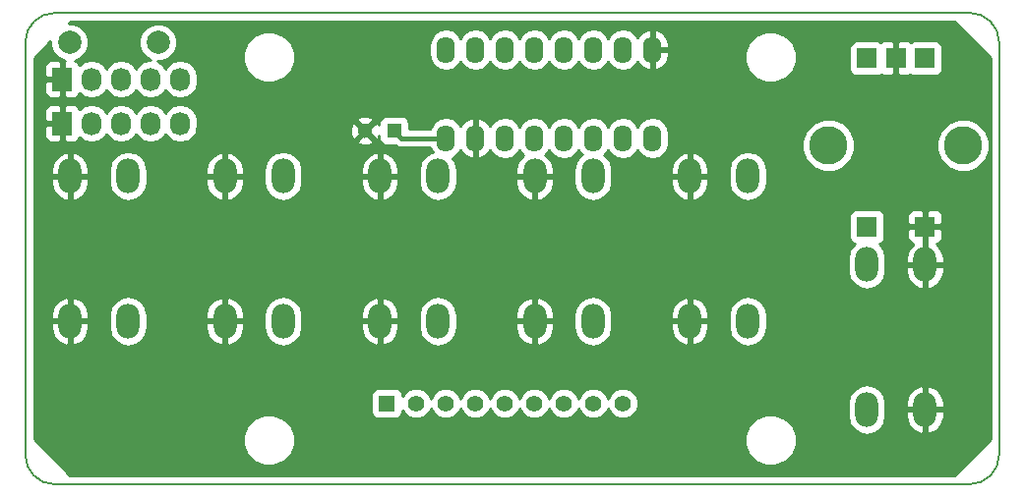
<source format=gbl>
G04 #@! TF.FileFunction,Copper,L2,Bot,Signal*
%FSLAX46Y46*%
G04 Gerber Fmt 4.6, Leading zero omitted, Abs format (unit mm)*
G04 Created by KiCad (PCBNEW 4.0.2-4+6225~38~ubuntu14.04.1-stable) date jeu. 24 mars 2016 21:46:02 CET*
%MOMM*%
G01*
G04 APERTURE LIST*
%ADD10C,0.150000*%
%ADD11O,1.600000X2.300000*%
%ADD12R,1.727200X2.032000*%
%ADD13O,1.727200X2.032000*%
%ADD14R,1.750060X1.750060*%
%ADD15C,3.299460*%
%ADD16O,1.998980X2.999740*%
%ADD17R,1.300000X1.300000*%
%ADD18C,1.300000*%
%ADD19R,1.397000X1.397000*%
%ADD20C,1.397000*%
%ADD21C,1.998980*%
%ADD22C,0.400000*%
%ADD23C,0.254000*%
G04 APERTURE END LIST*
D10*
X168910000Y-88900000D02*
G75*
G03X166370000Y-86360000I-2540000J0D01*
G01*
X166370000Y-127000000D02*
G75*
G03X168910000Y-124460000I0J2540000D01*
G01*
X85090000Y-124460000D02*
G75*
G03X87630000Y-127000000I2540000J0D01*
G01*
X87630000Y-86360000D02*
G75*
G03X85090000Y-88900000I0J-2540000D01*
G01*
X85090000Y-124460000D02*
X85090000Y-88900000D01*
X166370000Y-127000000D02*
X87630000Y-127000000D01*
X168910000Y-88900000D02*
X168910000Y-124460000D01*
X87630000Y-86360000D02*
X166370000Y-86360000D01*
D11*
X121285000Y-89535000D03*
X123825000Y-89535000D03*
X126365000Y-89535000D03*
X128905000Y-89535000D03*
X131445000Y-89535000D03*
X133985000Y-89535000D03*
X136525000Y-89535000D03*
X139065000Y-89535000D03*
X139065000Y-97155000D03*
X136525000Y-97155000D03*
X133985000Y-97155000D03*
X131445000Y-97155000D03*
X128905000Y-97155000D03*
X126365000Y-97155000D03*
X123825000Y-97155000D03*
X121285000Y-97155000D03*
D12*
X88265000Y-95885000D03*
D13*
X90805000Y-95885000D03*
X93345000Y-95885000D03*
X95885000Y-95885000D03*
X98425000Y-95885000D03*
D12*
X88265000Y-92075000D03*
D13*
X90805000Y-92075000D03*
X93345000Y-92075000D03*
X95885000Y-92075000D03*
X98425000Y-92075000D03*
D14*
X157520640Y-90289380D03*
X160020000Y-90233500D03*
X162519360Y-90289380D03*
D15*
X154221180Y-97790000D03*
X165818820Y-97790000D03*
D14*
X157520640Y-104790240D03*
X162519360Y-104790240D03*
D16*
X93939360Y-100429060D03*
X93939360Y-112930940D03*
X88940640Y-112930940D03*
X88940640Y-100429060D03*
X107274360Y-100429060D03*
X107274360Y-112930940D03*
X102275640Y-112930940D03*
X102275640Y-100429060D03*
X120609360Y-100429060D03*
X120609360Y-112930940D03*
X115610640Y-112930940D03*
X115610640Y-100429060D03*
X133944360Y-100429060D03*
X133944360Y-112930940D03*
X128945640Y-112930940D03*
X128945640Y-100429060D03*
X147279360Y-100429060D03*
X147279360Y-112930940D03*
X142280640Y-112930940D03*
X142280640Y-100429060D03*
X157520640Y-120550940D03*
X157520640Y-108049060D03*
X162519360Y-108049060D03*
X162519360Y-120550940D03*
D17*
X116840000Y-96520000D03*
D18*
X114340000Y-96520000D03*
D19*
X116205000Y-120015000D03*
D20*
X118745000Y-120015000D03*
X121285000Y-120015000D03*
X123825000Y-120015000D03*
X126365000Y-120015000D03*
X128905000Y-120015000D03*
X131445000Y-120015000D03*
X133985000Y-120015000D03*
X136525000Y-120015000D03*
D21*
X96520000Y-88900000D03*
X88900000Y-88900000D03*
D22*
X121285000Y-97155000D02*
X117475000Y-97155000D01*
X117475000Y-97155000D02*
X116840000Y-96520000D01*
D23*
G36*
X168148000Y-90222606D02*
X168148000Y-123137394D01*
X165047394Y-126238000D01*
X88952606Y-126238000D01*
X86347225Y-123632619D01*
X103809613Y-123632619D01*
X104149155Y-124454372D01*
X104777321Y-125083636D01*
X105598481Y-125424611D01*
X106487619Y-125425387D01*
X107309372Y-125085845D01*
X107938636Y-124457679D01*
X108279611Y-123636519D01*
X108279614Y-123632619D01*
X146989613Y-123632619D01*
X147329155Y-124454372D01*
X147957321Y-125083636D01*
X148778481Y-125424611D01*
X149667619Y-125425387D01*
X150489372Y-125085845D01*
X151118636Y-124457679D01*
X151459611Y-123636519D01*
X151460387Y-122747381D01*
X151120845Y-121925628D01*
X150492679Y-121296364D01*
X149671519Y-120955389D01*
X148782381Y-120954613D01*
X147960628Y-121294155D01*
X147331364Y-121922321D01*
X146990389Y-122743481D01*
X146989613Y-123632619D01*
X108279614Y-123632619D01*
X108280387Y-122747381D01*
X107940845Y-121925628D01*
X107312679Y-121296364D01*
X106491519Y-120955389D01*
X105602381Y-120954613D01*
X104780628Y-121294155D01*
X104151364Y-121922321D01*
X103810389Y-122743481D01*
X103809613Y-123632619D01*
X86347225Y-123632619D01*
X85852000Y-123137394D01*
X85852000Y-119316500D01*
X114859060Y-119316500D01*
X114859060Y-120713500D01*
X114903338Y-120948817D01*
X115042410Y-121164941D01*
X115254610Y-121309931D01*
X115506500Y-121360940D01*
X116903500Y-121360940D01*
X117138817Y-121316662D01*
X117354941Y-121177590D01*
X117499931Y-120965390D01*
X117550940Y-120713500D01*
X117550940Y-120617116D01*
X117613854Y-120769380D01*
X117988647Y-121144827D01*
X118478587Y-121348268D01*
X119009086Y-121348731D01*
X119499380Y-121146146D01*
X119874827Y-120771353D01*
X120015094Y-120433554D01*
X120153854Y-120769380D01*
X120528647Y-121144827D01*
X121018587Y-121348268D01*
X121549086Y-121348731D01*
X122039380Y-121146146D01*
X122414827Y-120771353D01*
X122555094Y-120433554D01*
X122693854Y-120769380D01*
X123068647Y-121144827D01*
X123558587Y-121348268D01*
X124089086Y-121348731D01*
X124579380Y-121146146D01*
X124954827Y-120771353D01*
X125095094Y-120433554D01*
X125233854Y-120769380D01*
X125608647Y-121144827D01*
X126098587Y-121348268D01*
X126629086Y-121348731D01*
X127119380Y-121146146D01*
X127494827Y-120771353D01*
X127635094Y-120433554D01*
X127773854Y-120769380D01*
X128148647Y-121144827D01*
X128638587Y-121348268D01*
X129169086Y-121348731D01*
X129659380Y-121146146D01*
X130034827Y-120771353D01*
X130175094Y-120433554D01*
X130313854Y-120769380D01*
X130688647Y-121144827D01*
X131178587Y-121348268D01*
X131709086Y-121348731D01*
X132199380Y-121146146D01*
X132574827Y-120771353D01*
X132715094Y-120433554D01*
X132853854Y-120769380D01*
X133228647Y-121144827D01*
X133718587Y-121348268D01*
X134249086Y-121348731D01*
X134739380Y-121146146D01*
X135114827Y-120771353D01*
X135255094Y-120433554D01*
X135393854Y-120769380D01*
X135768647Y-121144827D01*
X136258587Y-121348268D01*
X136789086Y-121348731D01*
X137279380Y-121146146D01*
X137654827Y-120771353D01*
X137858268Y-120281413D01*
X137858505Y-120008735D01*
X155886150Y-120008735D01*
X155886150Y-121093145D01*
X156010568Y-121718637D01*
X156364881Y-122248904D01*
X156895148Y-122603217D01*
X157520640Y-122727635D01*
X158146132Y-122603217D01*
X158676399Y-122248904D01*
X159030712Y-121718637D01*
X159155130Y-121093145D01*
X159155130Y-120677940D01*
X160884870Y-120677940D01*
X160884870Y-121178320D01*
X161057889Y-121794145D01*
X161453404Y-122296882D01*
X162011201Y-122609993D01*
X162139006Y-122640939D01*
X162392360Y-122521585D01*
X162392360Y-120677940D01*
X162646360Y-120677940D01*
X162646360Y-122521585D01*
X162899714Y-122640939D01*
X163027519Y-122609993D01*
X163585316Y-122296882D01*
X163980831Y-121794145D01*
X164153850Y-121178320D01*
X164153850Y-120677940D01*
X162646360Y-120677940D01*
X162392360Y-120677940D01*
X160884870Y-120677940D01*
X159155130Y-120677940D01*
X159155130Y-120008735D01*
X159138188Y-119923560D01*
X160884870Y-119923560D01*
X160884870Y-120423940D01*
X162392360Y-120423940D01*
X162392360Y-118580295D01*
X162646360Y-118580295D01*
X162646360Y-120423940D01*
X164153850Y-120423940D01*
X164153850Y-119923560D01*
X163980831Y-119307735D01*
X163585316Y-118804998D01*
X163027519Y-118491887D01*
X162899714Y-118460941D01*
X162646360Y-118580295D01*
X162392360Y-118580295D01*
X162139006Y-118460941D01*
X162011201Y-118491887D01*
X161453404Y-118804998D01*
X161057889Y-119307735D01*
X160884870Y-119923560D01*
X159138188Y-119923560D01*
X159030712Y-119383243D01*
X158676399Y-118852976D01*
X158146132Y-118498663D01*
X157520640Y-118374245D01*
X156895148Y-118498663D01*
X156364881Y-118852976D01*
X156010568Y-119383243D01*
X155886150Y-120008735D01*
X137858505Y-120008735D01*
X137858731Y-119750914D01*
X137656146Y-119260620D01*
X137281353Y-118885173D01*
X136791413Y-118681732D01*
X136260914Y-118681269D01*
X135770620Y-118883854D01*
X135395173Y-119258647D01*
X135254906Y-119596446D01*
X135116146Y-119260620D01*
X134741353Y-118885173D01*
X134251413Y-118681732D01*
X133720914Y-118681269D01*
X133230620Y-118883854D01*
X132855173Y-119258647D01*
X132714906Y-119596446D01*
X132576146Y-119260620D01*
X132201353Y-118885173D01*
X131711413Y-118681732D01*
X131180914Y-118681269D01*
X130690620Y-118883854D01*
X130315173Y-119258647D01*
X130174906Y-119596446D01*
X130036146Y-119260620D01*
X129661353Y-118885173D01*
X129171413Y-118681732D01*
X128640914Y-118681269D01*
X128150620Y-118883854D01*
X127775173Y-119258647D01*
X127634906Y-119596446D01*
X127496146Y-119260620D01*
X127121353Y-118885173D01*
X126631413Y-118681732D01*
X126100914Y-118681269D01*
X125610620Y-118883854D01*
X125235173Y-119258647D01*
X125094906Y-119596446D01*
X124956146Y-119260620D01*
X124581353Y-118885173D01*
X124091413Y-118681732D01*
X123560914Y-118681269D01*
X123070620Y-118883854D01*
X122695173Y-119258647D01*
X122554906Y-119596446D01*
X122416146Y-119260620D01*
X122041353Y-118885173D01*
X121551413Y-118681732D01*
X121020914Y-118681269D01*
X120530620Y-118883854D01*
X120155173Y-119258647D01*
X120014906Y-119596446D01*
X119876146Y-119260620D01*
X119501353Y-118885173D01*
X119011413Y-118681732D01*
X118480914Y-118681269D01*
X117990620Y-118883854D01*
X117615173Y-119258647D01*
X117550940Y-119413337D01*
X117550940Y-119316500D01*
X117506662Y-119081183D01*
X117367590Y-118865059D01*
X117155390Y-118720069D01*
X116903500Y-118669060D01*
X115506500Y-118669060D01*
X115271183Y-118713338D01*
X115055059Y-118852410D01*
X114910069Y-119064610D01*
X114859060Y-119316500D01*
X85852000Y-119316500D01*
X85852000Y-113057940D01*
X87306150Y-113057940D01*
X87306150Y-113558320D01*
X87479169Y-114174145D01*
X87874684Y-114676882D01*
X88432481Y-114989993D01*
X88560286Y-115020939D01*
X88813640Y-114901585D01*
X88813640Y-113057940D01*
X89067640Y-113057940D01*
X89067640Y-114901585D01*
X89320994Y-115020939D01*
X89448799Y-114989993D01*
X90006596Y-114676882D01*
X90402111Y-114174145D01*
X90575130Y-113558320D01*
X90575130Y-113057940D01*
X89067640Y-113057940D01*
X88813640Y-113057940D01*
X87306150Y-113057940D01*
X85852000Y-113057940D01*
X85852000Y-112303560D01*
X87306150Y-112303560D01*
X87306150Y-112803940D01*
X88813640Y-112803940D01*
X88813640Y-110960295D01*
X89067640Y-110960295D01*
X89067640Y-112803940D01*
X90575130Y-112803940D01*
X90575130Y-112388735D01*
X92304870Y-112388735D01*
X92304870Y-113473145D01*
X92429288Y-114098637D01*
X92783601Y-114628904D01*
X93313868Y-114983217D01*
X93939360Y-115107635D01*
X94564852Y-114983217D01*
X95095119Y-114628904D01*
X95449432Y-114098637D01*
X95573850Y-113473145D01*
X95573850Y-113057940D01*
X100641150Y-113057940D01*
X100641150Y-113558320D01*
X100814169Y-114174145D01*
X101209684Y-114676882D01*
X101767481Y-114989993D01*
X101895286Y-115020939D01*
X102148640Y-114901585D01*
X102148640Y-113057940D01*
X102402640Y-113057940D01*
X102402640Y-114901585D01*
X102655994Y-115020939D01*
X102783799Y-114989993D01*
X103341596Y-114676882D01*
X103737111Y-114174145D01*
X103910130Y-113558320D01*
X103910130Y-113057940D01*
X102402640Y-113057940D01*
X102148640Y-113057940D01*
X100641150Y-113057940D01*
X95573850Y-113057940D01*
X95573850Y-112388735D01*
X95556908Y-112303560D01*
X100641150Y-112303560D01*
X100641150Y-112803940D01*
X102148640Y-112803940D01*
X102148640Y-110960295D01*
X102402640Y-110960295D01*
X102402640Y-112803940D01*
X103910130Y-112803940D01*
X103910130Y-112388735D01*
X105639870Y-112388735D01*
X105639870Y-113473145D01*
X105764288Y-114098637D01*
X106118601Y-114628904D01*
X106648868Y-114983217D01*
X107274360Y-115107635D01*
X107899852Y-114983217D01*
X108430119Y-114628904D01*
X108784432Y-114098637D01*
X108908850Y-113473145D01*
X108908850Y-113057940D01*
X113976150Y-113057940D01*
X113976150Y-113558320D01*
X114149169Y-114174145D01*
X114544684Y-114676882D01*
X115102481Y-114989993D01*
X115230286Y-115020939D01*
X115483640Y-114901585D01*
X115483640Y-113057940D01*
X115737640Y-113057940D01*
X115737640Y-114901585D01*
X115990994Y-115020939D01*
X116118799Y-114989993D01*
X116676596Y-114676882D01*
X117072111Y-114174145D01*
X117245130Y-113558320D01*
X117245130Y-113057940D01*
X115737640Y-113057940D01*
X115483640Y-113057940D01*
X113976150Y-113057940D01*
X108908850Y-113057940D01*
X108908850Y-112388735D01*
X108891908Y-112303560D01*
X113976150Y-112303560D01*
X113976150Y-112803940D01*
X115483640Y-112803940D01*
X115483640Y-110960295D01*
X115737640Y-110960295D01*
X115737640Y-112803940D01*
X117245130Y-112803940D01*
X117245130Y-112388735D01*
X118974870Y-112388735D01*
X118974870Y-113473145D01*
X119099288Y-114098637D01*
X119453601Y-114628904D01*
X119983868Y-114983217D01*
X120609360Y-115107635D01*
X121234852Y-114983217D01*
X121765119Y-114628904D01*
X122119432Y-114098637D01*
X122243850Y-113473145D01*
X122243850Y-113057940D01*
X127311150Y-113057940D01*
X127311150Y-113558320D01*
X127484169Y-114174145D01*
X127879684Y-114676882D01*
X128437481Y-114989993D01*
X128565286Y-115020939D01*
X128818640Y-114901585D01*
X128818640Y-113057940D01*
X129072640Y-113057940D01*
X129072640Y-114901585D01*
X129325994Y-115020939D01*
X129453799Y-114989993D01*
X130011596Y-114676882D01*
X130407111Y-114174145D01*
X130580130Y-113558320D01*
X130580130Y-113057940D01*
X129072640Y-113057940D01*
X128818640Y-113057940D01*
X127311150Y-113057940D01*
X122243850Y-113057940D01*
X122243850Y-112388735D01*
X122226908Y-112303560D01*
X127311150Y-112303560D01*
X127311150Y-112803940D01*
X128818640Y-112803940D01*
X128818640Y-110960295D01*
X129072640Y-110960295D01*
X129072640Y-112803940D01*
X130580130Y-112803940D01*
X130580130Y-112388735D01*
X132309870Y-112388735D01*
X132309870Y-113473145D01*
X132434288Y-114098637D01*
X132788601Y-114628904D01*
X133318868Y-114983217D01*
X133944360Y-115107635D01*
X134569852Y-114983217D01*
X135100119Y-114628904D01*
X135454432Y-114098637D01*
X135578850Y-113473145D01*
X135578850Y-113057940D01*
X140646150Y-113057940D01*
X140646150Y-113558320D01*
X140819169Y-114174145D01*
X141214684Y-114676882D01*
X141772481Y-114989993D01*
X141900286Y-115020939D01*
X142153640Y-114901585D01*
X142153640Y-113057940D01*
X142407640Y-113057940D01*
X142407640Y-114901585D01*
X142660994Y-115020939D01*
X142788799Y-114989993D01*
X143346596Y-114676882D01*
X143742111Y-114174145D01*
X143915130Y-113558320D01*
X143915130Y-113057940D01*
X142407640Y-113057940D01*
X142153640Y-113057940D01*
X140646150Y-113057940D01*
X135578850Y-113057940D01*
X135578850Y-112388735D01*
X135561908Y-112303560D01*
X140646150Y-112303560D01*
X140646150Y-112803940D01*
X142153640Y-112803940D01*
X142153640Y-110960295D01*
X142407640Y-110960295D01*
X142407640Y-112803940D01*
X143915130Y-112803940D01*
X143915130Y-112388735D01*
X145644870Y-112388735D01*
X145644870Y-113473145D01*
X145769288Y-114098637D01*
X146123601Y-114628904D01*
X146653868Y-114983217D01*
X147279360Y-115107635D01*
X147904852Y-114983217D01*
X148435119Y-114628904D01*
X148789432Y-114098637D01*
X148913850Y-113473145D01*
X148913850Y-112388735D01*
X148789432Y-111763243D01*
X148435119Y-111232976D01*
X147904852Y-110878663D01*
X147279360Y-110754245D01*
X146653868Y-110878663D01*
X146123601Y-111232976D01*
X145769288Y-111763243D01*
X145644870Y-112388735D01*
X143915130Y-112388735D01*
X143915130Y-112303560D01*
X143742111Y-111687735D01*
X143346596Y-111184998D01*
X142788799Y-110871887D01*
X142660994Y-110840941D01*
X142407640Y-110960295D01*
X142153640Y-110960295D01*
X141900286Y-110840941D01*
X141772481Y-110871887D01*
X141214684Y-111184998D01*
X140819169Y-111687735D01*
X140646150Y-112303560D01*
X135561908Y-112303560D01*
X135454432Y-111763243D01*
X135100119Y-111232976D01*
X134569852Y-110878663D01*
X133944360Y-110754245D01*
X133318868Y-110878663D01*
X132788601Y-111232976D01*
X132434288Y-111763243D01*
X132309870Y-112388735D01*
X130580130Y-112388735D01*
X130580130Y-112303560D01*
X130407111Y-111687735D01*
X130011596Y-111184998D01*
X129453799Y-110871887D01*
X129325994Y-110840941D01*
X129072640Y-110960295D01*
X128818640Y-110960295D01*
X128565286Y-110840941D01*
X128437481Y-110871887D01*
X127879684Y-111184998D01*
X127484169Y-111687735D01*
X127311150Y-112303560D01*
X122226908Y-112303560D01*
X122119432Y-111763243D01*
X121765119Y-111232976D01*
X121234852Y-110878663D01*
X120609360Y-110754245D01*
X119983868Y-110878663D01*
X119453601Y-111232976D01*
X119099288Y-111763243D01*
X118974870Y-112388735D01*
X117245130Y-112388735D01*
X117245130Y-112303560D01*
X117072111Y-111687735D01*
X116676596Y-111184998D01*
X116118799Y-110871887D01*
X115990994Y-110840941D01*
X115737640Y-110960295D01*
X115483640Y-110960295D01*
X115230286Y-110840941D01*
X115102481Y-110871887D01*
X114544684Y-111184998D01*
X114149169Y-111687735D01*
X113976150Y-112303560D01*
X108891908Y-112303560D01*
X108784432Y-111763243D01*
X108430119Y-111232976D01*
X107899852Y-110878663D01*
X107274360Y-110754245D01*
X106648868Y-110878663D01*
X106118601Y-111232976D01*
X105764288Y-111763243D01*
X105639870Y-112388735D01*
X103910130Y-112388735D01*
X103910130Y-112303560D01*
X103737111Y-111687735D01*
X103341596Y-111184998D01*
X102783799Y-110871887D01*
X102655994Y-110840941D01*
X102402640Y-110960295D01*
X102148640Y-110960295D01*
X101895286Y-110840941D01*
X101767481Y-110871887D01*
X101209684Y-111184998D01*
X100814169Y-111687735D01*
X100641150Y-112303560D01*
X95556908Y-112303560D01*
X95449432Y-111763243D01*
X95095119Y-111232976D01*
X94564852Y-110878663D01*
X93939360Y-110754245D01*
X93313868Y-110878663D01*
X92783601Y-111232976D01*
X92429288Y-111763243D01*
X92304870Y-112388735D01*
X90575130Y-112388735D01*
X90575130Y-112303560D01*
X90402111Y-111687735D01*
X90006596Y-111184998D01*
X89448799Y-110871887D01*
X89320994Y-110840941D01*
X89067640Y-110960295D01*
X88813640Y-110960295D01*
X88560286Y-110840941D01*
X88432481Y-110871887D01*
X87874684Y-111184998D01*
X87479169Y-111687735D01*
X87306150Y-112303560D01*
X85852000Y-112303560D01*
X85852000Y-107506855D01*
X155886150Y-107506855D01*
X155886150Y-108591265D01*
X156010568Y-109216757D01*
X156364881Y-109747024D01*
X156895148Y-110101337D01*
X157520640Y-110225755D01*
X158146132Y-110101337D01*
X158676399Y-109747024D01*
X159030712Y-109216757D01*
X159155130Y-108591265D01*
X159155130Y-108176060D01*
X160884870Y-108176060D01*
X160884870Y-108676440D01*
X161057889Y-109292265D01*
X161453404Y-109795002D01*
X162011201Y-110108113D01*
X162139006Y-110139059D01*
X162392360Y-110019705D01*
X162392360Y-108176060D01*
X162646360Y-108176060D01*
X162646360Y-110019705D01*
X162899714Y-110139059D01*
X163027519Y-110108113D01*
X163585316Y-109795002D01*
X163980831Y-109292265D01*
X164153850Y-108676440D01*
X164153850Y-108176060D01*
X162646360Y-108176060D01*
X162392360Y-108176060D01*
X160884870Y-108176060D01*
X159155130Y-108176060D01*
X159155130Y-107506855D01*
X159138188Y-107421680D01*
X160884870Y-107421680D01*
X160884870Y-107922060D01*
X162392360Y-107922060D01*
X162392360Y-104917240D01*
X162646360Y-104917240D01*
X162646360Y-107922060D01*
X164153850Y-107922060D01*
X164153850Y-107421680D01*
X163980831Y-106805855D01*
X163585316Y-106303118D01*
X163554961Y-106286079D01*
X163754089Y-106203597D01*
X163932717Y-106024968D01*
X164029390Y-105791579D01*
X164029390Y-105075990D01*
X163870640Y-104917240D01*
X162646360Y-104917240D01*
X162392360Y-104917240D01*
X161168080Y-104917240D01*
X161009330Y-105075990D01*
X161009330Y-105791579D01*
X161106003Y-106024968D01*
X161284631Y-106203597D01*
X161483759Y-106286079D01*
X161453404Y-106303118D01*
X161057889Y-106805855D01*
X160884870Y-107421680D01*
X159138188Y-107421680D01*
X159030712Y-106881363D01*
X158676399Y-106351096D01*
X158569889Y-106279928D01*
X158630987Y-106268432D01*
X158847111Y-106129360D01*
X158992101Y-105917160D01*
X159043110Y-105665270D01*
X159043110Y-103915210D01*
X159019344Y-103788901D01*
X161009330Y-103788901D01*
X161009330Y-104504490D01*
X161168080Y-104663240D01*
X162392360Y-104663240D01*
X162392360Y-103438960D01*
X162646360Y-103438960D01*
X162646360Y-104663240D01*
X163870640Y-104663240D01*
X164029390Y-104504490D01*
X164029390Y-103788901D01*
X163932717Y-103555512D01*
X163754089Y-103376883D01*
X163520700Y-103280210D01*
X162805110Y-103280210D01*
X162646360Y-103438960D01*
X162392360Y-103438960D01*
X162233610Y-103280210D01*
X161518020Y-103280210D01*
X161284631Y-103376883D01*
X161106003Y-103555512D01*
X161009330Y-103788901D01*
X159019344Y-103788901D01*
X158998832Y-103679893D01*
X158859760Y-103463769D01*
X158647560Y-103318779D01*
X158395670Y-103267770D01*
X156645610Y-103267770D01*
X156410293Y-103312048D01*
X156194169Y-103451120D01*
X156049179Y-103663320D01*
X155998170Y-103915210D01*
X155998170Y-105665270D01*
X156042448Y-105900587D01*
X156181520Y-106116711D01*
X156393720Y-106261701D01*
X156474261Y-106278011D01*
X156364881Y-106351096D01*
X156010568Y-106881363D01*
X155886150Y-107506855D01*
X85852000Y-107506855D01*
X85852000Y-100556060D01*
X87306150Y-100556060D01*
X87306150Y-101056440D01*
X87479169Y-101672265D01*
X87874684Y-102175002D01*
X88432481Y-102488113D01*
X88560286Y-102519059D01*
X88813640Y-102399705D01*
X88813640Y-100556060D01*
X89067640Y-100556060D01*
X89067640Y-102399705D01*
X89320994Y-102519059D01*
X89448799Y-102488113D01*
X90006596Y-102175002D01*
X90402111Y-101672265D01*
X90575130Y-101056440D01*
X90575130Y-100556060D01*
X89067640Y-100556060D01*
X88813640Y-100556060D01*
X87306150Y-100556060D01*
X85852000Y-100556060D01*
X85852000Y-99801680D01*
X87306150Y-99801680D01*
X87306150Y-100302060D01*
X88813640Y-100302060D01*
X88813640Y-98458415D01*
X89067640Y-98458415D01*
X89067640Y-100302060D01*
X90575130Y-100302060D01*
X90575130Y-99886855D01*
X92304870Y-99886855D01*
X92304870Y-100971265D01*
X92429288Y-101596757D01*
X92783601Y-102127024D01*
X93313868Y-102481337D01*
X93939360Y-102605755D01*
X94564852Y-102481337D01*
X95095119Y-102127024D01*
X95449432Y-101596757D01*
X95573850Y-100971265D01*
X95573850Y-100556060D01*
X100641150Y-100556060D01*
X100641150Y-101056440D01*
X100814169Y-101672265D01*
X101209684Y-102175002D01*
X101767481Y-102488113D01*
X101895286Y-102519059D01*
X102148640Y-102399705D01*
X102148640Y-100556060D01*
X102402640Y-100556060D01*
X102402640Y-102399705D01*
X102655994Y-102519059D01*
X102783799Y-102488113D01*
X103341596Y-102175002D01*
X103737111Y-101672265D01*
X103910130Y-101056440D01*
X103910130Y-100556060D01*
X102402640Y-100556060D01*
X102148640Y-100556060D01*
X100641150Y-100556060D01*
X95573850Y-100556060D01*
X95573850Y-99886855D01*
X95556908Y-99801680D01*
X100641150Y-99801680D01*
X100641150Y-100302060D01*
X102148640Y-100302060D01*
X102148640Y-98458415D01*
X102402640Y-98458415D01*
X102402640Y-100302060D01*
X103910130Y-100302060D01*
X103910130Y-99886855D01*
X105639870Y-99886855D01*
X105639870Y-100971265D01*
X105764288Y-101596757D01*
X106118601Y-102127024D01*
X106648868Y-102481337D01*
X107274360Y-102605755D01*
X107899852Y-102481337D01*
X108430119Y-102127024D01*
X108784432Y-101596757D01*
X108908850Y-100971265D01*
X108908850Y-100556060D01*
X113976150Y-100556060D01*
X113976150Y-101056440D01*
X114149169Y-101672265D01*
X114544684Y-102175002D01*
X115102481Y-102488113D01*
X115230286Y-102519059D01*
X115483640Y-102399705D01*
X115483640Y-100556060D01*
X115737640Y-100556060D01*
X115737640Y-102399705D01*
X115990994Y-102519059D01*
X116118799Y-102488113D01*
X116676596Y-102175002D01*
X117072111Y-101672265D01*
X117245130Y-101056440D01*
X117245130Y-100556060D01*
X115737640Y-100556060D01*
X115483640Y-100556060D01*
X113976150Y-100556060D01*
X108908850Y-100556060D01*
X108908850Y-99886855D01*
X108891908Y-99801680D01*
X113976150Y-99801680D01*
X113976150Y-100302060D01*
X115483640Y-100302060D01*
X115483640Y-98458415D01*
X115737640Y-98458415D01*
X115737640Y-100302060D01*
X117245130Y-100302060D01*
X117245130Y-99801680D01*
X117072111Y-99185855D01*
X116676596Y-98683118D01*
X116118799Y-98370007D01*
X115990994Y-98339061D01*
X115737640Y-98458415D01*
X115483640Y-98458415D01*
X115230286Y-98339061D01*
X115102481Y-98370007D01*
X114544684Y-98683118D01*
X114149169Y-99185855D01*
X113976150Y-99801680D01*
X108891908Y-99801680D01*
X108784432Y-99261363D01*
X108430119Y-98731096D01*
X107899852Y-98376783D01*
X107274360Y-98252365D01*
X106648868Y-98376783D01*
X106118601Y-98731096D01*
X105764288Y-99261363D01*
X105639870Y-99886855D01*
X103910130Y-99886855D01*
X103910130Y-99801680D01*
X103737111Y-99185855D01*
X103341596Y-98683118D01*
X102783799Y-98370007D01*
X102655994Y-98339061D01*
X102402640Y-98458415D01*
X102148640Y-98458415D01*
X101895286Y-98339061D01*
X101767481Y-98370007D01*
X101209684Y-98683118D01*
X100814169Y-99185855D01*
X100641150Y-99801680D01*
X95556908Y-99801680D01*
X95449432Y-99261363D01*
X95095119Y-98731096D01*
X94564852Y-98376783D01*
X93939360Y-98252365D01*
X93313868Y-98376783D01*
X92783601Y-98731096D01*
X92429288Y-99261363D01*
X92304870Y-99886855D01*
X90575130Y-99886855D01*
X90575130Y-99801680D01*
X90402111Y-99185855D01*
X90006596Y-98683118D01*
X89448799Y-98370007D01*
X89320994Y-98339061D01*
X89067640Y-98458415D01*
X88813640Y-98458415D01*
X88560286Y-98339061D01*
X88432481Y-98370007D01*
X87874684Y-98683118D01*
X87479169Y-99185855D01*
X87306150Y-99801680D01*
X85852000Y-99801680D01*
X85852000Y-96170750D01*
X86766400Y-96170750D01*
X86766400Y-97027309D01*
X86863073Y-97260698D01*
X87041701Y-97439327D01*
X87275090Y-97536000D01*
X87979250Y-97536000D01*
X88138000Y-97377250D01*
X88138000Y-96012000D01*
X86925150Y-96012000D01*
X86766400Y-96170750D01*
X85852000Y-96170750D01*
X85852000Y-94742691D01*
X86766400Y-94742691D01*
X86766400Y-95599250D01*
X86925150Y-95758000D01*
X88138000Y-95758000D01*
X88138000Y-94392750D01*
X88392000Y-94392750D01*
X88392000Y-95758000D01*
X88412000Y-95758000D01*
X88412000Y-96012000D01*
X88392000Y-96012000D01*
X88392000Y-97377250D01*
X88550750Y-97536000D01*
X89254910Y-97536000D01*
X89488299Y-97439327D01*
X89666927Y-97260698D01*
X89730500Y-97107220D01*
X89745330Y-97129415D01*
X90231511Y-97454271D01*
X90805000Y-97568345D01*
X91378489Y-97454271D01*
X91864670Y-97129415D01*
X92075000Y-96814634D01*
X92285330Y-97129415D01*
X92771511Y-97454271D01*
X93345000Y-97568345D01*
X93918489Y-97454271D01*
X94404670Y-97129415D01*
X94615000Y-96814634D01*
X94825330Y-97129415D01*
X95311511Y-97454271D01*
X95885000Y-97568345D01*
X96458489Y-97454271D01*
X96944670Y-97129415D01*
X97155000Y-96814634D01*
X97365330Y-97129415D01*
X97851511Y-97454271D01*
X98425000Y-97568345D01*
X98998489Y-97454271D01*
X99051251Y-97419016D01*
X113620590Y-97419016D01*
X113676271Y-97649611D01*
X114159078Y-97817622D01*
X114669428Y-97788083D01*
X115003729Y-97649611D01*
X115059410Y-97419016D01*
X114340000Y-96699605D01*
X113620590Y-97419016D01*
X99051251Y-97419016D01*
X99484670Y-97129415D01*
X99809526Y-96643234D01*
X99870026Y-96339078D01*
X113042378Y-96339078D01*
X113071917Y-96849428D01*
X113210389Y-97183729D01*
X113440984Y-97239410D01*
X114160395Y-96520000D01*
X114519605Y-96520000D01*
X115239016Y-97239410D01*
X115469611Y-97183729D01*
X115542560Y-96974098D01*
X115542560Y-97170000D01*
X115586838Y-97405317D01*
X115725910Y-97621441D01*
X115938110Y-97766431D01*
X116190000Y-97817440D01*
X116992330Y-97817440D01*
X117155460Y-97926440D01*
X117475000Y-97990000D01*
X119939517Y-97990000D01*
X119959233Y-98089121D01*
X120131784Y-98347361D01*
X119983868Y-98376783D01*
X119453601Y-98731096D01*
X119099288Y-99261363D01*
X118974870Y-99886855D01*
X118974870Y-100971265D01*
X119099288Y-101596757D01*
X119453601Y-102127024D01*
X119983868Y-102481337D01*
X120609360Y-102605755D01*
X121234852Y-102481337D01*
X121765119Y-102127024D01*
X122119432Y-101596757D01*
X122243850Y-100971265D01*
X122243850Y-100556060D01*
X127311150Y-100556060D01*
X127311150Y-101056440D01*
X127484169Y-101672265D01*
X127879684Y-102175002D01*
X128437481Y-102488113D01*
X128565286Y-102519059D01*
X128818640Y-102399705D01*
X128818640Y-100556060D01*
X129072640Y-100556060D01*
X129072640Y-102399705D01*
X129325994Y-102519059D01*
X129453799Y-102488113D01*
X130011596Y-102175002D01*
X130407111Y-101672265D01*
X130580130Y-101056440D01*
X130580130Y-100556060D01*
X129072640Y-100556060D01*
X128818640Y-100556060D01*
X127311150Y-100556060D01*
X122243850Y-100556060D01*
X122243850Y-99886855D01*
X122119432Y-99261363D01*
X121848622Y-98856068D01*
X122299698Y-98554668D01*
X122552149Y-98176849D01*
X122900104Y-98609500D01*
X123393181Y-98879367D01*
X123475961Y-98896904D01*
X123698000Y-98774915D01*
X123698000Y-97282000D01*
X123678000Y-97282000D01*
X123678000Y-97028000D01*
X123698000Y-97028000D01*
X123698000Y-95535085D01*
X123952000Y-95535085D01*
X123952000Y-97028000D01*
X123972000Y-97028000D01*
X123972000Y-97282000D01*
X123952000Y-97282000D01*
X123952000Y-98774915D01*
X124174039Y-98896904D01*
X124256819Y-98879367D01*
X124749896Y-98609500D01*
X125097851Y-98176849D01*
X125350302Y-98554668D01*
X125815849Y-98865737D01*
X126365000Y-98974970D01*
X126914151Y-98865737D01*
X127379698Y-98554668D01*
X127635000Y-98172582D01*
X127890302Y-98554668D01*
X127989926Y-98621235D01*
X127879684Y-98683118D01*
X127484169Y-99185855D01*
X127311150Y-99801680D01*
X127311150Y-100302060D01*
X128818640Y-100302060D01*
X128818640Y-100282060D01*
X129072640Y-100282060D01*
X129072640Y-100302060D01*
X130580130Y-100302060D01*
X130580130Y-99801680D01*
X130407111Y-99185855D01*
X130011596Y-98683118D01*
X129857182Y-98596440D01*
X129919698Y-98554668D01*
X130175000Y-98172582D01*
X130430302Y-98554668D01*
X130895849Y-98865737D01*
X131445000Y-98974970D01*
X131994151Y-98865737D01*
X132459698Y-98554668D01*
X132715000Y-98172582D01*
X132970302Y-98554668D01*
X133011473Y-98582178D01*
X132788601Y-98731096D01*
X132434288Y-99261363D01*
X132309870Y-99886855D01*
X132309870Y-100971265D01*
X132434288Y-101596757D01*
X132788601Y-102127024D01*
X133318868Y-102481337D01*
X133944360Y-102605755D01*
X134569852Y-102481337D01*
X135100119Y-102127024D01*
X135454432Y-101596757D01*
X135578850Y-100971265D01*
X135578850Y-100556060D01*
X140646150Y-100556060D01*
X140646150Y-101056440D01*
X140819169Y-101672265D01*
X141214684Y-102175002D01*
X141772481Y-102488113D01*
X141900286Y-102519059D01*
X142153640Y-102399705D01*
X142153640Y-100556060D01*
X142407640Y-100556060D01*
X142407640Y-102399705D01*
X142660994Y-102519059D01*
X142788799Y-102488113D01*
X143346596Y-102175002D01*
X143742111Y-101672265D01*
X143915130Y-101056440D01*
X143915130Y-100556060D01*
X142407640Y-100556060D01*
X142153640Y-100556060D01*
X140646150Y-100556060D01*
X135578850Y-100556060D01*
X135578850Y-99886855D01*
X135561908Y-99801680D01*
X140646150Y-99801680D01*
X140646150Y-100302060D01*
X142153640Y-100302060D01*
X142153640Y-98458415D01*
X142407640Y-98458415D01*
X142407640Y-100302060D01*
X143915130Y-100302060D01*
X143915130Y-99886855D01*
X145644870Y-99886855D01*
X145644870Y-100971265D01*
X145769288Y-101596757D01*
X146123601Y-102127024D01*
X146653868Y-102481337D01*
X147279360Y-102605755D01*
X147904852Y-102481337D01*
X148435119Y-102127024D01*
X148789432Y-101596757D01*
X148913850Y-100971265D01*
X148913850Y-99886855D01*
X148789432Y-99261363D01*
X148435119Y-98731096D01*
X147904852Y-98376783D01*
X147279360Y-98252365D01*
X146653868Y-98376783D01*
X146123601Y-98731096D01*
X145769288Y-99261363D01*
X145644870Y-99886855D01*
X143915130Y-99886855D01*
X143915130Y-99801680D01*
X143742111Y-99185855D01*
X143346596Y-98683118D01*
X142788799Y-98370007D01*
X142660994Y-98339061D01*
X142407640Y-98458415D01*
X142153640Y-98458415D01*
X141900286Y-98339061D01*
X141772481Y-98370007D01*
X141214684Y-98683118D01*
X140819169Y-99185855D01*
X140646150Y-99801680D01*
X135561908Y-99801680D01*
X135454432Y-99261363D01*
X135100119Y-98731096D01*
X134917887Y-98609332D01*
X134999698Y-98554668D01*
X135255000Y-98172582D01*
X135510302Y-98554668D01*
X135975849Y-98865737D01*
X136525000Y-98974970D01*
X137074151Y-98865737D01*
X137539698Y-98554668D01*
X137795000Y-98172582D01*
X138050302Y-98554668D01*
X138515849Y-98865737D01*
X139065000Y-98974970D01*
X139614151Y-98865737D01*
X140079698Y-98554668D01*
X140288304Y-98242467D01*
X151936054Y-98242467D01*
X152283150Y-99082505D01*
X152925294Y-99725771D01*
X153764725Y-100074333D01*
X154673647Y-100075126D01*
X155513685Y-99728030D01*
X156156951Y-99085886D01*
X156505513Y-98246455D01*
X156505516Y-98242467D01*
X163533694Y-98242467D01*
X163880790Y-99082505D01*
X164522934Y-99725771D01*
X165362365Y-100074333D01*
X166271287Y-100075126D01*
X167111325Y-99728030D01*
X167754591Y-99085886D01*
X168103153Y-98246455D01*
X168103946Y-97337533D01*
X167756850Y-96497495D01*
X167114706Y-95854229D01*
X166275275Y-95505667D01*
X165366353Y-95504874D01*
X164526315Y-95851970D01*
X163883049Y-96494114D01*
X163534487Y-97333545D01*
X163533694Y-98242467D01*
X156505516Y-98242467D01*
X156506306Y-97337533D01*
X156159210Y-96497495D01*
X155517066Y-95854229D01*
X154677635Y-95505667D01*
X153768713Y-95504874D01*
X152928675Y-95851970D01*
X152285409Y-96494114D01*
X151936847Y-97333545D01*
X151936054Y-98242467D01*
X140288304Y-98242467D01*
X140390767Y-98089121D01*
X140500000Y-97539970D01*
X140500000Y-96770030D01*
X140390767Y-96220879D01*
X140079698Y-95755332D01*
X139614151Y-95444263D01*
X139065000Y-95335030D01*
X138515849Y-95444263D01*
X138050302Y-95755332D01*
X137795000Y-96137418D01*
X137539698Y-95755332D01*
X137074151Y-95444263D01*
X136525000Y-95335030D01*
X135975849Y-95444263D01*
X135510302Y-95755332D01*
X135255000Y-96137418D01*
X134999698Y-95755332D01*
X134534151Y-95444263D01*
X133985000Y-95335030D01*
X133435849Y-95444263D01*
X132970302Y-95755332D01*
X132715000Y-96137418D01*
X132459698Y-95755332D01*
X131994151Y-95444263D01*
X131445000Y-95335030D01*
X130895849Y-95444263D01*
X130430302Y-95755332D01*
X130175000Y-96137418D01*
X129919698Y-95755332D01*
X129454151Y-95444263D01*
X128905000Y-95335030D01*
X128355849Y-95444263D01*
X127890302Y-95755332D01*
X127635000Y-96137418D01*
X127379698Y-95755332D01*
X126914151Y-95444263D01*
X126365000Y-95335030D01*
X125815849Y-95444263D01*
X125350302Y-95755332D01*
X125097851Y-96133151D01*
X124749896Y-95700500D01*
X124256819Y-95430633D01*
X124174039Y-95413096D01*
X123952000Y-95535085D01*
X123698000Y-95535085D01*
X123475961Y-95413096D01*
X123393181Y-95430633D01*
X122900104Y-95700500D01*
X122552149Y-96133151D01*
X122299698Y-95755332D01*
X121834151Y-95444263D01*
X121285000Y-95335030D01*
X120735849Y-95444263D01*
X120270302Y-95755332D01*
X119959233Y-96220879D01*
X119939517Y-96320000D01*
X118137440Y-96320000D01*
X118137440Y-95870000D01*
X118093162Y-95634683D01*
X117954090Y-95418559D01*
X117741890Y-95273569D01*
X117490000Y-95222560D01*
X116190000Y-95222560D01*
X115954683Y-95266838D01*
X115738559Y-95405910D01*
X115593569Y-95618110D01*
X115542560Y-95870000D01*
X115542560Y-96032385D01*
X115469611Y-95856271D01*
X115239016Y-95800590D01*
X114519605Y-96520000D01*
X114160395Y-96520000D01*
X113440984Y-95800590D01*
X113210389Y-95856271D01*
X113042378Y-96339078D01*
X99870026Y-96339078D01*
X99923600Y-96069745D01*
X99923600Y-95700255D01*
X99907833Y-95620984D01*
X113620590Y-95620984D01*
X114340000Y-96340395D01*
X115059410Y-95620984D01*
X115003729Y-95390389D01*
X114520922Y-95222378D01*
X114010572Y-95251917D01*
X113676271Y-95390389D01*
X113620590Y-95620984D01*
X99907833Y-95620984D01*
X99809526Y-95126766D01*
X99484670Y-94640585D01*
X98998489Y-94315729D01*
X98425000Y-94201655D01*
X97851511Y-94315729D01*
X97365330Y-94640585D01*
X97155000Y-94955366D01*
X96944670Y-94640585D01*
X96458489Y-94315729D01*
X95885000Y-94201655D01*
X95311511Y-94315729D01*
X94825330Y-94640585D01*
X94615000Y-94955366D01*
X94404670Y-94640585D01*
X93918489Y-94315729D01*
X93345000Y-94201655D01*
X92771511Y-94315729D01*
X92285330Y-94640585D01*
X92075000Y-94955366D01*
X91864670Y-94640585D01*
X91378489Y-94315729D01*
X90805000Y-94201655D01*
X90231511Y-94315729D01*
X89745330Y-94640585D01*
X89730500Y-94662780D01*
X89666927Y-94509302D01*
X89488299Y-94330673D01*
X89254910Y-94234000D01*
X88550750Y-94234000D01*
X88392000Y-94392750D01*
X88138000Y-94392750D01*
X87979250Y-94234000D01*
X87275090Y-94234000D01*
X87041701Y-94330673D01*
X86863073Y-94509302D01*
X86766400Y-94742691D01*
X85852000Y-94742691D01*
X85852000Y-92360750D01*
X86766400Y-92360750D01*
X86766400Y-93217309D01*
X86863073Y-93450698D01*
X87041701Y-93629327D01*
X87275090Y-93726000D01*
X87979250Y-93726000D01*
X88138000Y-93567250D01*
X88138000Y-92202000D01*
X86925150Y-92202000D01*
X86766400Y-92360750D01*
X85852000Y-92360750D01*
X85852000Y-90932691D01*
X86766400Y-90932691D01*
X86766400Y-91789250D01*
X86925150Y-91948000D01*
X88138000Y-91948000D01*
X88138000Y-90582750D01*
X87979250Y-90424000D01*
X87275090Y-90424000D01*
X87041701Y-90520673D01*
X86863073Y-90699302D01*
X86766400Y-90932691D01*
X85852000Y-90932691D01*
X85852000Y-90222606D01*
X87265588Y-88809018D01*
X87265226Y-89223694D01*
X87513538Y-89824655D01*
X87972927Y-90284846D01*
X88479540Y-90495210D01*
X88392000Y-90582750D01*
X88392000Y-91948000D01*
X88412000Y-91948000D01*
X88412000Y-92202000D01*
X88392000Y-92202000D01*
X88392000Y-93567250D01*
X88550750Y-93726000D01*
X89254910Y-93726000D01*
X89488299Y-93629327D01*
X89666927Y-93450698D01*
X89730500Y-93297220D01*
X89745330Y-93319415D01*
X90231511Y-93644271D01*
X90805000Y-93758345D01*
X91378489Y-93644271D01*
X91864670Y-93319415D01*
X92075000Y-93004634D01*
X92285330Y-93319415D01*
X92771511Y-93644271D01*
X93345000Y-93758345D01*
X93918489Y-93644271D01*
X94404670Y-93319415D01*
X94615000Y-93004634D01*
X94825330Y-93319415D01*
X95311511Y-93644271D01*
X95885000Y-93758345D01*
X96458489Y-93644271D01*
X96944670Y-93319415D01*
X97155000Y-93004634D01*
X97365330Y-93319415D01*
X97851511Y-93644271D01*
X98425000Y-93758345D01*
X98998489Y-93644271D01*
X99484670Y-93319415D01*
X99809526Y-92833234D01*
X99923600Y-92259745D01*
X99923600Y-91890255D01*
X99809526Y-91316766D01*
X99484670Y-90830585D01*
X99158462Y-90612619D01*
X103809613Y-90612619D01*
X104149155Y-91434372D01*
X104777321Y-92063636D01*
X105598481Y-92404611D01*
X106487619Y-92405387D01*
X107309372Y-92065845D01*
X107938636Y-91437679D01*
X108279611Y-90616519D01*
X108280387Y-89727381D01*
X108041831Y-89150030D01*
X119850000Y-89150030D01*
X119850000Y-89919970D01*
X119959233Y-90469121D01*
X120270302Y-90934668D01*
X120735849Y-91245737D01*
X121285000Y-91354970D01*
X121834151Y-91245737D01*
X122299698Y-90934668D01*
X122555000Y-90552582D01*
X122810302Y-90934668D01*
X123275849Y-91245737D01*
X123825000Y-91354970D01*
X124374151Y-91245737D01*
X124839698Y-90934668D01*
X125095000Y-90552582D01*
X125350302Y-90934668D01*
X125815849Y-91245737D01*
X126365000Y-91354970D01*
X126914151Y-91245737D01*
X127379698Y-90934668D01*
X127635000Y-90552582D01*
X127890302Y-90934668D01*
X128355849Y-91245737D01*
X128905000Y-91354970D01*
X129454151Y-91245737D01*
X129919698Y-90934668D01*
X130175000Y-90552582D01*
X130430302Y-90934668D01*
X130895849Y-91245737D01*
X131445000Y-91354970D01*
X131994151Y-91245737D01*
X132459698Y-90934668D01*
X132715000Y-90552582D01*
X132970302Y-90934668D01*
X133435849Y-91245737D01*
X133985000Y-91354970D01*
X134534151Y-91245737D01*
X134999698Y-90934668D01*
X135255000Y-90552582D01*
X135510302Y-90934668D01*
X135975849Y-91245737D01*
X136525000Y-91354970D01*
X137074151Y-91245737D01*
X137539698Y-90934668D01*
X137792149Y-90556849D01*
X138140104Y-90989500D01*
X138633181Y-91259367D01*
X138715961Y-91276904D01*
X138938000Y-91154915D01*
X138938000Y-89662000D01*
X139192000Y-89662000D01*
X139192000Y-91154915D01*
X139414039Y-91276904D01*
X139496819Y-91259367D01*
X139989896Y-90989500D01*
X140292998Y-90612619D01*
X146989613Y-90612619D01*
X147329155Y-91434372D01*
X147957321Y-92063636D01*
X148778481Y-92404611D01*
X149667619Y-92405387D01*
X150489372Y-92065845D01*
X151118636Y-91437679D01*
X151459611Y-90616519D01*
X151460387Y-89727381D01*
X151331046Y-89414350D01*
X155998170Y-89414350D01*
X155998170Y-91164410D01*
X156042448Y-91399727D01*
X156181520Y-91615851D01*
X156393720Y-91760841D01*
X156645610Y-91811850D01*
X158395670Y-91811850D01*
X158630987Y-91767572D01*
X158805538Y-91655252D01*
X159018660Y-91743530D01*
X159734250Y-91743530D01*
X159893000Y-91584780D01*
X159893000Y-90360500D01*
X159873000Y-90360500D01*
X159873000Y-90106500D01*
X159893000Y-90106500D01*
X159893000Y-88882220D01*
X160147000Y-88882220D01*
X160147000Y-90106500D01*
X160167000Y-90106500D01*
X160167000Y-90360500D01*
X160147000Y-90360500D01*
X160147000Y-91584780D01*
X160305750Y-91743530D01*
X161021340Y-91743530D01*
X161236606Y-91654364D01*
X161392440Y-91760841D01*
X161644330Y-91811850D01*
X163394390Y-91811850D01*
X163629707Y-91767572D01*
X163845831Y-91628500D01*
X163990821Y-91416300D01*
X164041830Y-91164410D01*
X164041830Y-89414350D01*
X163997552Y-89179033D01*
X163858480Y-88962909D01*
X163646280Y-88817919D01*
X163394390Y-88766910D01*
X161644330Y-88766910D01*
X161409013Y-88811188D01*
X161309688Y-88875102D01*
X161254729Y-88820143D01*
X161021340Y-88723470D01*
X160305750Y-88723470D01*
X160147000Y-88882220D01*
X159893000Y-88882220D01*
X159734250Y-88723470D01*
X159018660Y-88723470D01*
X158785271Y-88820143D01*
X158730693Y-88874721D01*
X158647560Y-88817919D01*
X158395670Y-88766910D01*
X156645610Y-88766910D01*
X156410293Y-88811188D01*
X156194169Y-88950260D01*
X156049179Y-89162460D01*
X155998170Y-89414350D01*
X151331046Y-89414350D01*
X151120845Y-88905628D01*
X150492679Y-88276364D01*
X149671519Y-87935389D01*
X148782381Y-87934613D01*
X147960628Y-88274155D01*
X147331364Y-88902321D01*
X146990389Y-89723481D01*
X146989613Y-90612619D01*
X140292998Y-90612619D01*
X140342166Y-90551483D01*
X140500000Y-90012000D01*
X140500000Y-89662000D01*
X139192000Y-89662000D01*
X138938000Y-89662000D01*
X138918000Y-89662000D01*
X138918000Y-89408000D01*
X138938000Y-89408000D01*
X138938000Y-87915085D01*
X139192000Y-87915085D01*
X139192000Y-89408000D01*
X140500000Y-89408000D01*
X140500000Y-89058000D01*
X140342166Y-88518517D01*
X139989896Y-88080500D01*
X139496819Y-87810633D01*
X139414039Y-87793096D01*
X139192000Y-87915085D01*
X138938000Y-87915085D01*
X138715961Y-87793096D01*
X138633181Y-87810633D01*
X138140104Y-88080500D01*
X137792149Y-88513151D01*
X137539698Y-88135332D01*
X137074151Y-87824263D01*
X136525000Y-87715030D01*
X135975849Y-87824263D01*
X135510302Y-88135332D01*
X135255000Y-88517418D01*
X134999698Y-88135332D01*
X134534151Y-87824263D01*
X133985000Y-87715030D01*
X133435849Y-87824263D01*
X132970302Y-88135332D01*
X132715000Y-88517418D01*
X132459698Y-88135332D01*
X131994151Y-87824263D01*
X131445000Y-87715030D01*
X130895849Y-87824263D01*
X130430302Y-88135332D01*
X130175000Y-88517418D01*
X129919698Y-88135332D01*
X129454151Y-87824263D01*
X128905000Y-87715030D01*
X128355849Y-87824263D01*
X127890302Y-88135332D01*
X127635000Y-88517418D01*
X127379698Y-88135332D01*
X126914151Y-87824263D01*
X126365000Y-87715030D01*
X125815849Y-87824263D01*
X125350302Y-88135332D01*
X125095000Y-88517418D01*
X124839698Y-88135332D01*
X124374151Y-87824263D01*
X123825000Y-87715030D01*
X123275849Y-87824263D01*
X122810302Y-88135332D01*
X122555000Y-88517418D01*
X122299698Y-88135332D01*
X121834151Y-87824263D01*
X121285000Y-87715030D01*
X120735849Y-87824263D01*
X120270302Y-88135332D01*
X119959233Y-88600879D01*
X119850000Y-89150030D01*
X108041831Y-89150030D01*
X107940845Y-88905628D01*
X107312679Y-88276364D01*
X106491519Y-87935389D01*
X105602381Y-87934613D01*
X104780628Y-88274155D01*
X104151364Y-88902321D01*
X103810389Y-89723481D01*
X103809613Y-90612619D01*
X99158462Y-90612619D01*
X98998489Y-90505729D01*
X98425000Y-90391655D01*
X97851511Y-90505729D01*
X97365330Y-90830585D01*
X97155000Y-91145366D01*
X96944670Y-90830585D01*
X96501511Y-90534475D01*
X96843694Y-90534774D01*
X97444655Y-90286462D01*
X97904846Y-89827073D01*
X98154206Y-89226547D01*
X98154774Y-88576306D01*
X97906462Y-87975345D01*
X97447073Y-87515154D01*
X96846547Y-87265794D01*
X96196306Y-87265226D01*
X95595345Y-87513538D01*
X95135154Y-87972927D01*
X94885794Y-88573453D01*
X94885226Y-89223694D01*
X95133538Y-89824655D01*
X95592927Y-90284846D01*
X95861439Y-90396342D01*
X95311511Y-90505729D01*
X94825330Y-90830585D01*
X94615000Y-91145366D01*
X94404670Y-90830585D01*
X93918489Y-90505729D01*
X93345000Y-90391655D01*
X92771511Y-90505729D01*
X92285330Y-90830585D01*
X92075000Y-91145366D01*
X91864670Y-90830585D01*
X91378489Y-90505729D01*
X90805000Y-90391655D01*
X90231511Y-90505729D01*
X89745330Y-90830585D01*
X89730500Y-90852780D01*
X89666927Y-90699302D01*
X89488299Y-90520673D01*
X89373202Y-90472998D01*
X89824655Y-90286462D01*
X90284846Y-89827073D01*
X90534206Y-89226547D01*
X90534774Y-88576306D01*
X90286462Y-87975345D01*
X89827073Y-87515154D01*
X89226547Y-87265794D01*
X88809177Y-87265429D01*
X88952606Y-87122000D01*
X165047394Y-87122000D01*
X168148000Y-90222606D01*
X168148000Y-90222606D01*
G37*
X168148000Y-90222606D02*
X168148000Y-123137394D01*
X165047394Y-126238000D01*
X88952606Y-126238000D01*
X86347225Y-123632619D01*
X103809613Y-123632619D01*
X104149155Y-124454372D01*
X104777321Y-125083636D01*
X105598481Y-125424611D01*
X106487619Y-125425387D01*
X107309372Y-125085845D01*
X107938636Y-124457679D01*
X108279611Y-123636519D01*
X108279614Y-123632619D01*
X146989613Y-123632619D01*
X147329155Y-124454372D01*
X147957321Y-125083636D01*
X148778481Y-125424611D01*
X149667619Y-125425387D01*
X150489372Y-125085845D01*
X151118636Y-124457679D01*
X151459611Y-123636519D01*
X151460387Y-122747381D01*
X151120845Y-121925628D01*
X150492679Y-121296364D01*
X149671519Y-120955389D01*
X148782381Y-120954613D01*
X147960628Y-121294155D01*
X147331364Y-121922321D01*
X146990389Y-122743481D01*
X146989613Y-123632619D01*
X108279614Y-123632619D01*
X108280387Y-122747381D01*
X107940845Y-121925628D01*
X107312679Y-121296364D01*
X106491519Y-120955389D01*
X105602381Y-120954613D01*
X104780628Y-121294155D01*
X104151364Y-121922321D01*
X103810389Y-122743481D01*
X103809613Y-123632619D01*
X86347225Y-123632619D01*
X85852000Y-123137394D01*
X85852000Y-119316500D01*
X114859060Y-119316500D01*
X114859060Y-120713500D01*
X114903338Y-120948817D01*
X115042410Y-121164941D01*
X115254610Y-121309931D01*
X115506500Y-121360940D01*
X116903500Y-121360940D01*
X117138817Y-121316662D01*
X117354941Y-121177590D01*
X117499931Y-120965390D01*
X117550940Y-120713500D01*
X117550940Y-120617116D01*
X117613854Y-120769380D01*
X117988647Y-121144827D01*
X118478587Y-121348268D01*
X119009086Y-121348731D01*
X119499380Y-121146146D01*
X119874827Y-120771353D01*
X120015094Y-120433554D01*
X120153854Y-120769380D01*
X120528647Y-121144827D01*
X121018587Y-121348268D01*
X121549086Y-121348731D01*
X122039380Y-121146146D01*
X122414827Y-120771353D01*
X122555094Y-120433554D01*
X122693854Y-120769380D01*
X123068647Y-121144827D01*
X123558587Y-121348268D01*
X124089086Y-121348731D01*
X124579380Y-121146146D01*
X124954827Y-120771353D01*
X125095094Y-120433554D01*
X125233854Y-120769380D01*
X125608647Y-121144827D01*
X126098587Y-121348268D01*
X126629086Y-121348731D01*
X127119380Y-121146146D01*
X127494827Y-120771353D01*
X127635094Y-120433554D01*
X127773854Y-120769380D01*
X128148647Y-121144827D01*
X128638587Y-121348268D01*
X129169086Y-121348731D01*
X129659380Y-121146146D01*
X130034827Y-120771353D01*
X130175094Y-120433554D01*
X130313854Y-120769380D01*
X130688647Y-121144827D01*
X131178587Y-121348268D01*
X131709086Y-121348731D01*
X132199380Y-121146146D01*
X132574827Y-120771353D01*
X132715094Y-120433554D01*
X132853854Y-120769380D01*
X133228647Y-121144827D01*
X133718587Y-121348268D01*
X134249086Y-121348731D01*
X134739380Y-121146146D01*
X135114827Y-120771353D01*
X135255094Y-120433554D01*
X135393854Y-120769380D01*
X135768647Y-121144827D01*
X136258587Y-121348268D01*
X136789086Y-121348731D01*
X137279380Y-121146146D01*
X137654827Y-120771353D01*
X137858268Y-120281413D01*
X137858505Y-120008735D01*
X155886150Y-120008735D01*
X155886150Y-121093145D01*
X156010568Y-121718637D01*
X156364881Y-122248904D01*
X156895148Y-122603217D01*
X157520640Y-122727635D01*
X158146132Y-122603217D01*
X158676399Y-122248904D01*
X159030712Y-121718637D01*
X159155130Y-121093145D01*
X159155130Y-120677940D01*
X160884870Y-120677940D01*
X160884870Y-121178320D01*
X161057889Y-121794145D01*
X161453404Y-122296882D01*
X162011201Y-122609993D01*
X162139006Y-122640939D01*
X162392360Y-122521585D01*
X162392360Y-120677940D01*
X162646360Y-120677940D01*
X162646360Y-122521585D01*
X162899714Y-122640939D01*
X163027519Y-122609993D01*
X163585316Y-122296882D01*
X163980831Y-121794145D01*
X164153850Y-121178320D01*
X164153850Y-120677940D01*
X162646360Y-120677940D01*
X162392360Y-120677940D01*
X160884870Y-120677940D01*
X159155130Y-120677940D01*
X159155130Y-120008735D01*
X159138188Y-119923560D01*
X160884870Y-119923560D01*
X160884870Y-120423940D01*
X162392360Y-120423940D01*
X162392360Y-118580295D01*
X162646360Y-118580295D01*
X162646360Y-120423940D01*
X164153850Y-120423940D01*
X164153850Y-119923560D01*
X163980831Y-119307735D01*
X163585316Y-118804998D01*
X163027519Y-118491887D01*
X162899714Y-118460941D01*
X162646360Y-118580295D01*
X162392360Y-118580295D01*
X162139006Y-118460941D01*
X162011201Y-118491887D01*
X161453404Y-118804998D01*
X161057889Y-119307735D01*
X160884870Y-119923560D01*
X159138188Y-119923560D01*
X159030712Y-119383243D01*
X158676399Y-118852976D01*
X158146132Y-118498663D01*
X157520640Y-118374245D01*
X156895148Y-118498663D01*
X156364881Y-118852976D01*
X156010568Y-119383243D01*
X155886150Y-120008735D01*
X137858505Y-120008735D01*
X137858731Y-119750914D01*
X137656146Y-119260620D01*
X137281353Y-118885173D01*
X136791413Y-118681732D01*
X136260914Y-118681269D01*
X135770620Y-118883854D01*
X135395173Y-119258647D01*
X135254906Y-119596446D01*
X135116146Y-119260620D01*
X134741353Y-118885173D01*
X134251413Y-118681732D01*
X133720914Y-118681269D01*
X133230620Y-118883854D01*
X132855173Y-119258647D01*
X132714906Y-119596446D01*
X132576146Y-119260620D01*
X132201353Y-118885173D01*
X131711413Y-118681732D01*
X131180914Y-118681269D01*
X130690620Y-118883854D01*
X130315173Y-119258647D01*
X130174906Y-119596446D01*
X130036146Y-119260620D01*
X129661353Y-118885173D01*
X129171413Y-118681732D01*
X128640914Y-118681269D01*
X128150620Y-118883854D01*
X127775173Y-119258647D01*
X127634906Y-119596446D01*
X127496146Y-119260620D01*
X127121353Y-118885173D01*
X126631413Y-118681732D01*
X126100914Y-118681269D01*
X125610620Y-118883854D01*
X125235173Y-119258647D01*
X125094906Y-119596446D01*
X124956146Y-119260620D01*
X124581353Y-118885173D01*
X124091413Y-118681732D01*
X123560914Y-118681269D01*
X123070620Y-118883854D01*
X122695173Y-119258647D01*
X122554906Y-119596446D01*
X122416146Y-119260620D01*
X122041353Y-118885173D01*
X121551413Y-118681732D01*
X121020914Y-118681269D01*
X120530620Y-118883854D01*
X120155173Y-119258647D01*
X120014906Y-119596446D01*
X119876146Y-119260620D01*
X119501353Y-118885173D01*
X119011413Y-118681732D01*
X118480914Y-118681269D01*
X117990620Y-118883854D01*
X117615173Y-119258647D01*
X117550940Y-119413337D01*
X117550940Y-119316500D01*
X117506662Y-119081183D01*
X117367590Y-118865059D01*
X117155390Y-118720069D01*
X116903500Y-118669060D01*
X115506500Y-118669060D01*
X115271183Y-118713338D01*
X115055059Y-118852410D01*
X114910069Y-119064610D01*
X114859060Y-119316500D01*
X85852000Y-119316500D01*
X85852000Y-113057940D01*
X87306150Y-113057940D01*
X87306150Y-113558320D01*
X87479169Y-114174145D01*
X87874684Y-114676882D01*
X88432481Y-114989993D01*
X88560286Y-115020939D01*
X88813640Y-114901585D01*
X88813640Y-113057940D01*
X89067640Y-113057940D01*
X89067640Y-114901585D01*
X89320994Y-115020939D01*
X89448799Y-114989993D01*
X90006596Y-114676882D01*
X90402111Y-114174145D01*
X90575130Y-113558320D01*
X90575130Y-113057940D01*
X89067640Y-113057940D01*
X88813640Y-113057940D01*
X87306150Y-113057940D01*
X85852000Y-113057940D01*
X85852000Y-112303560D01*
X87306150Y-112303560D01*
X87306150Y-112803940D01*
X88813640Y-112803940D01*
X88813640Y-110960295D01*
X89067640Y-110960295D01*
X89067640Y-112803940D01*
X90575130Y-112803940D01*
X90575130Y-112388735D01*
X92304870Y-112388735D01*
X92304870Y-113473145D01*
X92429288Y-114098637D01*
X92783601Y-114628904D01*
X93313868Y-114983217D01*
X93939360Y-115107635D01*
X94564852Y-114983217D01*
X95095119Y-114628904D01*
X95449432Y-114098637D01*
X95573850Y-113473145D01*
X95573850Y-113057940D01*
X100641150Y-113057940D01*
X100641150Y-113558320D01*
X100814169Y-114174145D01*
X101209684Y-114676882D01*
X101767481Y-114989993D01*
X101895286Y-115020939D01*
X102148640Y-114901585D01*
X102148640Y-113057940D01*
X102402640Y-113057940D01*
X102402640Y-114901585D01*
X102655994Y-115020939D01*
X102783799Y-114989993D01*
X103341596Y-114676882D01*
X103737111Y-114174145D01*
X103910130Y-113558320D01*
X103910130Y-113057940D01*
X102402640Y-113057940D01*
X102148640Y-113057940D01*
X100641150Y-113057940D01*
X95573850Y-113057940D01*
X95573850Y-112388735D01*
X95556908Y-112303560D01*
X100641150Y-112303560D01*
X100641150Y-112803940D01*
X102148640Y-112803940D01*
X102148640Y-110960295D01*
X102402640Y-110960295D01*
X102402640Y-112803940D01*
X103910130Y-112803940D01*
X103910130Y-112388735D01*
X105639870Y-112388735D01*
X105639870Y-113473145D01*
X105764288Y-114098637D01*
X106118601Y-114628904D01*
X106648868Y-114983217D01*
X107274360Y-115107635D01*
X107899852Y-114983217D01*
X108430119Y-114628904D01*
X108784432Y-114098637D01*
X108908850Y-113473145D01*
X108908850Y-113057940D01*
X113976150Y-113057940D01*
X113976150Y-113558320D01*
X114149169Y-114174145D01*
X114544684Y-114676882D01*
X115102481Y-114989993D01*
X115230286Y-115020939D01*
X115483640Y-114901585D01*
X115483640Y-113057940D01*
X115737640Y-113057940D01*
X115737640Y-114901585D01*
X115990994Y-115020939D01*
X116118799Y-114989993D01*
X116676596Y-114676882D01*
X117072111Y-114174145D01*
X117245130Y-113558320D01*
X117245130Y-113057940D01*
X115737640Y-113057940D01*
X115483640Y-113057940D01*
X113976150Y-113057940D01*
X108908850Y-113057940D01*
X108908850Y-112388735D01*
X108891908Y-112303560D01*
X113976150Y-112303560D01*
X113976150Y-112803940D01*
X115483640Y-112803940D01*
X115483640Y-110960295D01*
X115737640Y-110960295D01*
X115737640Y-112803940D01*
X117245130Y-112803940D01*
X117245130Y-112388735D01*
X118974870Y-112388735D01*
X118974870Y-113473145D01*
X119099288Y-114098637D01*
X119453601Y-114628904D01*
X119983868Y-114983217D01*
X120609360Y-115107635D01*
X121234852Y-114983217D01*
X121765119Y-114628904D01*
X122119432Y-114098637D01*
X122243850Y-113473145D01*
X122243850Y-113057940D01*
X127311150Y-113057940D01*
X127311150Y-113558320D01*
X127484169Y-114174145D01*
X127879684Y-114676882D01*
X128437481Y-114989993D01*
X128565286Y-115020939D01*
X128818640Y-114901585D01*
X128818640Y-113057940D01*
X129072640Y-113057940D01*
X129072640Y-114901585D01*
X129325994Y-115020939D01*
X129453799Y-114989993D01*
X130011596Y-114676882D01*
X130407111Y-114174145D01*
X130580130Y-113558320D01*
X130580130Y-113057940D01*
X129072640Y-113057940D01*
X128818640Y-113057940D01*
X127311150Y-113057940D01*
X122243850Y-113057940D01*
X122243850Y-112388735D01*
X122226908Y-112303560D01*
X127311150Y-112303560D01*
X127311150Y-112803940D01*
X128818640Y-112803940D01*
X128818640Y-110960295D01*
X129072640Y-110960295D01*
X129072640Y-112803940D01*
X130580130Y-112803940D01*
X130580130Y-112388735D01*
X132309870Y-112388735D01*
X132309870Y-113473145D01*
X132434288Y-114098637D01*
X132788601Y-114628904D01*
X133318868Y-114983217D01*
X133944360Y-115107635D01*
X134569852Y-114983217D01*
X135100119Y-114628904D01*
X135454432Y-114098637D01*
X135578850Y-113473145D01*
X135578850Y-113057940D01*
X140646150Y-113057940D01*
X140646150Y-113558320D01*
X140819169Y-114174145D01*
X141214684Y-114676882D01*
X141772481Y-114989993D01*
X141900286Y-115020939D01*
X142153640Y-114901585D01*
X142153640Y-113057940D01*
X142407640Y-113057940D01*
X142407640Y-114901585D01*
X142660994Y-115020939D01*
X142788799Y-114989993D01*
X143346596Y-114676882D01*
X143742111Y-114174145D01*
X143915130Y-113558320D01*
X143915130Y-113057940D01*
X142407640Y-113057940D01*
X142153640Y-113057940D01*
X140646150Y-113057940D01*
X135578850Y-113057940D01*
X135578850Y-112388735D01*
X135561908Y-112303560D01*
X140646150Y-112303560D01*
X140646150Y-112803940D01*
X142153640Y-112803940D01*
X142153640Y-110960295D01*
X142407640Y-110960295D01*
X142407640Y-112803940D01*
X143915130Y-112803940D01*
X143915130Y-112388735D01*
X145644870Y-112388735D01*
X145644870Y-113473145D01*
X145769288Y-114098637D01*
X146123601Y-114628904D01*
X146653868Y-114983217D01*
X147279360Y-115107635D01*
X147904852Y-114983217D01*
X148435119Y-114628904D01*
X148789432Y-114098637D01*
X148913850Y-113473145D01*
X148913850Y-112388735D01*
X148789432Y-111763243D01*
X148435119Y-111232976D01*
X147904852Y-110878663D01*
X147279360Y-110754245D01*
X146653868Y-110878663D01*
X146123601Y-111232976D01*
X145769288Y-111763243D01*
X145644870Y-112388735D01*
X143915130Y-112388735D01*
X143915130Y-112303560D01*
X143742111Y-111687735D01*
X143346596Y-111184998D01*
X142788799Y-110871887D01*
X142660994Y-110840941D01*
X142407640Y-110960295D01*
X142153640Y-110960295D01*
X141900286Y-110840941D01*
X141772481Y-110871887D01*
X141214684Y-111184998D01*
X140819169Y-111687735D01*
X140646150Y-112303560D01*
X135561908Y-112303560D01*
X135454432Y-111763243D01*
X135100119Y-111232976D01*
X134569852Y-110878663D01*
X133944360Y-110754245D01*
X133318868Y-110878663D01*
X132788601Y-111232976D01*
X132434288Y-111763243D01*
X132309870Y-112388735D01*
X130580130Y-112388735D01*
X130580130Y-112303560D01*
X130407111Y-111687735D01*
X130011596Y-111184998D01*
X129453799Y-110871887D01*
X129325994Y-110840941D01*
X129072640Y-110960295D01*
X128818640Y-110960295D01*
X128565286Y-110840941D01*
X128437481Y-110871887D01*
X127879684Y-111184998D01*
X127484169Y-111687735D01*
X127311150Y-112303560D01*
X122226908Y-112303560D01*
X122119432Y-111763243D01*
X121765119Y-111232976D01*
X121234852Y-110878663D01*
X120609360Y-110754245D01*
X119983868Y-110878663D01*
X119453601Y-111232976D01*
X119099288Y-111763243D01*
X118974870Y-112388735D01*
X117245130Y-112388735D01*
X117245130Y-112303560D01*
X117072111Y-111687735D01*
X116676596Y-111184998D01*
X116118799Y-110871887D01*
X115990994Y-110840941D01*
X115737640Y-110960295D01*
X115483640Y-110960295D01*
X115230286Y-110840941D01*
X115102481Y-110871887D01*
X114544684Y-111184998D01*
X114149169Y-111687735D01*
X113976150Y-112303560D01*
X108891908Y-112303560D01*
X108784432Y-111763243D01*
X108430119Y-111232976D01*
X107899852Y-110878663D01*
X107274360Y-110754245D01*
X106648868Y-110878663D01*
X106118601Y-111232976D01*
X105764288Y-111763243D01*
X105639870Y-112388735D01*
X103910130Y-112388735D01*
X103910130Y-112303560D01*
X103737111Y-111687735D01*
X103341596Y-111184998D01*
X102783799Y-110871887D01*
X102655994Y-110840941D01*
X102402640Y-110960295D01*
X102148640Y-110960295D01*
X101895286Y-110840941D01*
X101767481Y-110871887D01*
X101209684Y-111184998D01*
X100814169Y-111687735D01*
X100641150Y-112303560D01*
X95556908Y-112303560D01*
X95449432Y-111763243D01*
X95095119Y-111232976D01*
X94564852Y-110878663D01*
X93939360Y-110754245D01*
X93313868Y-110878663D01*
X92783601Y-111232976D01*
X92429288Y-111763243D01*
X92304870Y-112388735D01*
X90575130Y-112388735D01*
X90575130Y-112303560D01*
X90402111Y-111687735D01*
X90006596Y-111184998D01*
X89448799Y-110871887D01*
X89320994Y-110840941D01*
X89067640Y-110960295D01*
X88813640Y-110960295D01*
X88560286Y-110840941D01*
X88432481Y-110871887D01*
X87874684Y-111184998D01*
X87479169Y-111687735D01*
X87306150Y-112303560D01*
X85852000Y-112303560D01*
X85852000Y-107506855D01*
X155886150Y-107506855D01*
X155886150Y-108591265D01*
X156010568Y-109216757D01*
X156364881Y-109747024D01*
X156895148Y-110101337D01*
X157520640Y-110225755D01*
X158146132Y-110101337D01*
X158676399Y-109747024D01*
X159030712Y-109216757D01*
X159155130Y-108591265D01*
X159155130Y-108176060D01*
X160884870Y-108176060D01*
X160884870Y-108676440D01*
X161057889Y-109292265D01*
X161453404Y-109795002D01*
X162011201Y-110108113D01*
X162139006Y-110139059D01*
X162392360Y-110019705D01*
X162392360Y-108176060D01*
X162646360Y-108176060D01*
X162646360Y-110019705D01*
X162899714Y-110139059D01*
X163027519Y-110108113D01*
X163585316Y-109795002D01*
X163980831Y-109292265D01*
X164153850Y-108676440D01*
X164153850Y-108176060D01*
X162646360Y-108176060D01*
X162392360Y-108176060D01*
X160884870Y-108176060D01*
X159155130Y-108176060D01*
X159155130Y-107506855D01*
X159138188Y-107421680D01*
X160884870Y-107421680D01*
X160884870Y-107922060D01*
X162392360Y-107922060D01*
X162392360Y-104917240D01*
X162646360Y-104917240D01*
X162646360Y-107922060D01*
X164153850Y-107922060D01*
X164153850Y-107421680D01*
X163980831Y-106805855D01*
X163585316Y-106303118D01*
X163554961Y-106286079D01*
X163754089Y-106203597D01*
X163932717Y-106024968D01*
X164029390Y-105791579D01*
X164029390Y-105075990D01*
X163870640Y-104917240D01*
X162646360Y-104917240D01*
X162392360Y-104917240D01*
X161168080Y-104917240D01*
X161009330Y-105075990D01*
X161009330Y-105791579D01*
X161106003Y-106024968D01*
X161284631Y-106203597D01*
X161483759Y-106286079D01*
X161453404Y-106303118D01*
X161057889Y-106805855D01*
X160884870Y-107421680D01*
X159138188Y-107421680D01*
X159030712Y-106881363D01*
X158676399Y-106351096D01*
X158569889Y-106279928D01*
X158630987Y-106268432D01*
X158847111Y-106129360D01*
X158992101Y-105917160D01*
X159043110Y-105665270D01*
X159043110Y-103915210D01*
X159019344Y-103788901D01*
X161009330Y-103788901D01*
X161009330Y-104504490D01*
X161168080Y-104663240D01*
X162392360Y-104663240D01*
X162392360Y-103438960D01*
X162646360Y-103438960D01*
X162646360Y-104663240D01*
X163870640Y-104663240D01*
X164029390Y-104504490D01*
X164029390Y-103788901D01*
X163932717Y-103555512D01*
X163754089Y-103376883D01*
X163520700Y-103280210D01*
X162805110Y-103280210D01*
X162646360Y-103438960D01*
X162392360Y-103438960D01*
X162233610Y-103280210D01*
X161518020Y-103280210D01*
X161284631Y-103376883D01*
X161106003Y-103555512D01*
X161009330Y-103788901D01*
X159019344Y-103788901D01*
X158998832Y-103679893D01*
X158859760Y-103463769D01*
X158647560Y-103318779D01*
X158395670Y-103267770D01*
X156645610Y-103267770D01*
X156410293Y-103312048D01*
X156194169Y-103451120D01*
X156049179Y-103663320D01*
X155998170Y-103915210D01*
X155998170Y-105665270D01*
X156042448Y-105900587D01*
X156181520Y-106116711D01*
X156393720Y-106261701D01*
X156474261Y-106278011D01*
X156364881Y-106351096D01*
X156010568Y-106881363D01*
X155886150Y-107506855D01*
X85852000Y-107506855D01*
X85852000Y-100556060D01*
X87306150Y-100556060D01*
X87306150Y-101056440D01*
X87479169Y-101672265D01*
X87874684Y-102175002D01*
X88432481Y-102488113D01*
X88560286Y-102519059D01*
X88813640Y-102399705D01*
X88813640Y-100556060D01*
X89067640Y-100556060D01*
X89067640Y-102399705D01*
X89320994Y-102519059D01*
X89448799Y-102488113D01*
X90006596Y-102175002D01*
X90402111Y-101672265D01*
X90575130Y-101056440D01*
X90575130Y-100556060D01*
X89067640Y-100556060D01*
X88813640Y-100556060D01*
X87306150Y-100556060D01*
X85852000Y-100556060D01*
X85852000Y-99801680D01*
X87306150Y-99801680D01*
X87306150Y-100302060D01*
X88813640Y-100302060D01*
X88813640Y-98458415D01*
X89067640Y-98458415D01*
X89067640Y-100302060D01*
X90575130Y-100302060D01*
X90575130Y-99886855D01*
X92304870Y-99886855D01*
X92304870Y-100971265D01*
X92429288Y-101596757D01*
X92783601Y-102127024D01*
X93313868Y-102481337D01*
X93939360Y-102605755D01*
X94564852Y-102481337D01*
X95095119Y-102127024D01*
X95449432Y-101596757D01*
X95573850Y-100971265D01*
X95573850Y-100556060D01*
X100641150Y-100556060D01*
X100641150Y-101056440D01*
X100814169Y-101672265D01*
X101209684Y-102175002D01*
X101767481Y-102488113D01*
X101895286Y-102519059D01*
X102148640Y-102399705D01*
X102148640Y-100556060D01*
X102402640Y-100556060D01*
X102402640Y-102399705D01*
X102655994Y-102519059D01*
X102783799Y-102488113D01*
X103341596Y-102175002D01*
X103737111Y-101672265D01*
X103910130Y-101056440D01*
X103910130Y-100556060D01*
X102402640Y-100556060D01*
X102148640Y-100556060D01*
X100641150Y-100556060D01*
X95573850Y-100556060D01*
X95573850Y-99886855D01*
X95556908Y-99801680D01*
X100641150Y-99801680D01*
X100641150Y-100302060D01*
X102148640Y-100302060D01*
X102148640Y-98458415D01*
X102402640Y-98458415D01*
X102402640Y-100302060D01*
X103910130Y-100302060D01*
X103910130Y-99886855D01*
X105639870Y-99886855D01*
X105639870Y-100971265D01*
X105764288Y-101596757D01*
X106118601Y-102127024D01*
X106648868Y-102481337D01*
X107274360Y-102605755D01*
X107899852Y-102481337D01*
X108430119Y-102127024D01*
X108784432Y-101596757D01*
X108908850Y-100971265D01*
X108908850Y-100556060D01*
X113976150Y-100556060D01*
X113976150Y-101056440D01*
X114149169Y-101672265D01*
X114544684Y-102175002D01*
X115102481Y-102488113D01*
X115230286Y-102519059D01*
X115483640Y-102399705D01*
X115483640Y-100556060D01*
X115737640Y-100556060D01*
X115737640Y-102399705D01*
X115990994Y-102519059D01*
X116118799Y-102488113D01*
X116676596Y-102175002D01*
X117072111Y-101672265D01*
X117245130Y-101056440D01*
X117245130Y-100556060D01*
X115737640Y-100556060D01*
X115483640Y-100556060D01*
X113976150Y-100556060D01*
X108908850Y-100556060D01*
X108908850Y-99886855D01*
X108891908Y-99801680D01*
X113976150Y-99801680D01*
X113976150Y-100302060D01*
X115483640Y-100302060D01*
X115483640Y-98458415D01*
X115737640Y-98458415D01*
X115737640Y-100302060D01*
X117245130Y-100302060D01*
X117245130Y-99801680D01*
X117072111Y-99185855D01*
X116676596Y-98683118D01*
X116118799Y-98370007D01*
X115990994Y-98339061D01*
X115737640Y-98458415D01*
X115483640Y-98458415D01*
X115230286Y-98339061D01*
X115102481Y-98370007D01*
X114544684Y-98683118D01*
X114149169Y-99185855D01*
X113976150Y-99801680D01*
X108891908Y-99801680D01*
X108784432Y-99261363D01*
X108430119Y-98731096D01*
X107899852Y-98376783D01*
X107274360Y-98252365D01*
X106648868Y-98376783D01*
X106118601Y-98731096D01*
X105764288Y-99261363D01*
X105639870Y-99886855D01*
X103910130Y-99886855D01*
X103910130Y-99801680D01*
X103737111Y-99185855D01*
X103341596Y-98683118D01*
X102783799Y-98370007D01*
X102655994Y-98339061D01*
X102402640Y-98458415D01*
X102148640Y-98458415D01*
X101895286Y-98339061D01*
X101767481Y-98370007D01*
X101209684Y-98683118D01*
X100814169Y-99185855D01*
X100641150Y-99801680D01*
X95556908Y-99801680D01*
X95449432Y-99261363D01*
X95095119Y-98731096D01*
X94564852Y-98376783D01*
X93939360Y-98252365D01*
X93313868Y-98376783D01*
X92783601Y-98731096D01*
X92429288Y-99261363D01*
X92304870Y-99886855D01*
X90575130Y-99886855D01*
X90575130Y-99801680D01*
X90402111Y-99185855D01*
X90006596Y-98683118D01*
X89448799Y-98370007D01*
X89320994Y-98339061D01*
X89067640Y-98458415D01*
X88813640Y-98458415D01*
X88560286Y-98339061D01*
X88432481Y-98370007D01*
X87874684Y-98683118D01*
X87479169Y-99185855D01*
X87306150Y-99801680D01*
X85852000Y-99801680D01*
X85852000Y-96170750D01*
X86766400Y-96170750D01*
X86766400Y-97027309D01*
X86863073Y-97260698D01*
X87041701Y-97439327D01*
X87275090Y-97536000D01*
X87979250Y-97536000D01*
X88138000Y-97377250D01*
X88138000Y-96012000D01*
X86925150Y-96012000D01*
X86766400Y-96170750D01*
X85852000Y-96170750D01*
X85852000Y-94742691D01*
X86766400Y-94742691D01*
X86766400Y-95599250D01*
X86925150Y-95758000D01*
X88138000Y-95758000D01*
X88138000Y-94392750D01*
X88392000Y-94392750D01*
X88392000Y-95758000D01*
X88412000Y-95758000D01*
X88412000Y-96012000D01*
X88392000Y-96012000D01*
X88392000Y-97377250D01*
X88550750Y-97536000D01*
X89254910Y-97536000D01*
X89488299Y-97439327D01*
X89666927Y-97260698D01*
X89730500Y-97107220D01*
X89745330Y-97129415D01*
X90231511Y-97454271D01*
X90805000Y-97568345D01*
X91378489Y-97454271D01*
X91864670Y-97129415D01*
X92075000Y-96814634D01*
X92285330Y-97129415D01*
X92771511Y-97454271D01*
X93345000Y-97568345D01*
X93918489Y-97454271D01*
X94404670Y-97129415D01*
X94615000Y-96814634D01*
X94825330Y-97129415D01*
X95311511Y-97454271D01*
X95885000Y-97568345D01*
X96458489Y-97454271D01*
X96944670Y-97129415D01*
X97155000Y-96814634D01*
X97365330Y-97129415D01*
X97851511Y-97454271D01*
X98425000Y-97568345D01*
X98998489Y-97454271D01*
X99051251Y-97419016D01*
X113620590Y-97419016D01*
X113676271Y-97649611D01*
X114159078Y-97817622D01*
X114669428Y-97788083D01*
X115003729Y-97649611D01*
X115059410Y-97419016D01*
X114340000Y-96699605D01*
X113620590Y-97419016D01*
X99051251Y-97419016D01*
X99484670Y-97129415D01*
X99809526Y-96643234D01*
X99870026Y-96339078D01*
X113042378Y-96339078D01*
X113071917Y-96849428D01*
X113210389Y-97183729D01*
X113440984Y-97239410D01*
X114160395Y-96520000D01*
X114519605Y-96520000D01*
X115239016Y-97239410D01*
X115469611Y-97183729D01*
X115542560Y-96974098D01*
X115542560Y-97170000D01*
X115586838Y-97405317D01*
X115725910Y-97621441D01*
X115938110Y-97766431D01*
X116190000Y-97817440D01*
X116992330Y-97817440D01*
X117155460Y-97926440D01*
X117475000Y-97990000D01*
X119939517Y-97990000D01*
X119959233Y-98089121D01*
X120131784Y-98347361D01*
X119983868Y-98376783D01*
X119453601Y-98731096D01*
X119099288Y-99261363D01*
X118974870Y-99886855D01*
X118974870Y-100971265D01*
X119099288Y-101596757D01*
X119453601Y-102127024D01*
X119983868Y-102481337D01*
X120609360Y-102605755D01*
X121234852Y-102481337D01*
X121765119Y-102127024D01*
X122119432Y-101596757D01*
X122243850Y-100971265D01*
X122243850Y-100556060D01*
X127311150Y-100556060D01*
X127311150Y-101056440D01*
X127484169Y-101672265D01*
X127879684Y-102175002D01*
X128437481Y-102488113D01*
X128565286Y-102519059D01*
X128818640Y-102399705D01*
X128818640Y-100556060D01*
X129072640Y-100556060D01*
X129072640Y-102399705D01*
X129325994Y-102519059D01*
X129453799Y-102488113D01*
X130011596Y-102175002D01*
X130407111Y-101672265D01*
X130580130Y-101056440D01*
X130580130Y-100556060D01*
X129072640Y-100556060D01*
X128818640Y-100556060D01*
X127311150Y-100556060D01*
X122243850Y-100556060D01*
X122243850Y-99886855D01*
X122119432Y-99261363D01*
X121848622Y-98856068D01*
X122299698Y-98554668D01*
X122552149Y-98176849D01*
X122900104Y-98609500D01*
X123393181Y-98879367D01*
X123475961Y-98896904D01*
X123698000Y-98774915D01*
X123698000Y-97282000D01*
X123678000Y-97282000D01*
X123678000Y-97028000D01*
X123698000Y-97028000D01*
X123698000Y-95535085D01*
X123952000Y-95535085D01*
X123952000Y-97028000D01*
X123972000Y-97028000D01*
X123972000Y-97282000D01*
X123952000Y-97282000D01*
X123952000Y-98774915D01*
X124174039Y-98896904D01*
X124256819Y-98879367D01*
X124749896Y-98609500D01*
X125097851Y-98176849D01*
X125350302Y-98554668D01*
X125815849Y-98865737D01*
X126365000Y-98974970D01*
X126914151Y-98865737D01*
X127379698Y-98554668D01*
X127635000Y-98172582D01*
X127890302Y-98554668D01*
X127989926Y-98621235D01*
X127879684Y-98683118D01*
X127484169Y-99185855D01*
X127311150Y-99801680D01*
X127311150Y-100302060D01*
X128818640Y-100302060D01*
X128818640Y-100282060D01*
X129072640Y-100282060D01*
X129072640Y-100302060D01*
X130580130Y-100302060D01*
X130580130Y-99801680D01*
X130407111Y-99185855D01*
X130011596Y-98683118D01*
X129857182Y-98596440D01*
X129919698Y-98554668D01*
X130175000Y-98172582D01*
X130430302Y-98554668D01*
X130895849Y-98865737D01*
X131445000Y-98974970D01*
X131994151Y-98865737D01*
X132459698Y-98554668D01*
X132715000Y-98172582D01*
X132970302Y-98554668D01*
X133011473Y-98582178D01*
X132788601Y-98731096D01*
X132434288Y-99261363D01*
X132309870Y-99886855D01*
X132309870Y-100971265D01*
X132434288Y-101596757D01*
X132788601Y-102127024D01*
X133318868Y-102481337D01*
X133944360Y-102605755D01*
X134569852Y-102481337D01*
X135100119Y-102127024D01*
X135454432Y-101596757D01*
X135578850Y-100971265D01*
X135578850Y-100556060D01*
X140646150Y-100556060D01*
X140646150Y-101056440D01*
X140819169Y-101672265D01*
X141214684Y-102175002D01*
X141772481Y-102488113D01*
X141900286Y-102519059D01*
X142153640Y-102399705D01*
X142153640Y-100556060D01*
X142407640Y-100556060D01*
X142407640Y-102399705D01*
X142660994Y-102519059D01*
X142788799Y-102488113D01*
X143346596Y-102175002D01*
X143742111Y-101672265D01*
X143915130Y-101056440D01*
X143915130Y-100556060D01*
X142407640Y-100556060D01*
X142153640Y-100556060D01*
X140646150Y-100556060D01*
X135578850Y-100556060D01*
X135578850Y-99886855D01*
X135561908Y-99801680D01*
X140646150Y-99801680D01*
X140646150Y-100302060D01*
X142153640Y-100302060D01*
X142153640Y-98458415D01*
X142407640Y-98458415D01*
X142407640Y-100302060D01*
X143915130Y-100302060D01*
X143915130Y-99886855D01*
X145644870Y-99886855D01*
X145644870Y-100971265D01*
X145769288Y-101596757D01*
X146123601Y-102127024D01*
X146653868Y-102481337D01*
X147279360Y-102605755D01*
X147904852Y-102481337D01*
X148435119Y-102127024D01*
X148789432Y-101596757D01*
X148913850Y-100971265D01*
X148913850Y-99886855D01*
X148789432Y-99261363D01*
X148435119Y-98731096D01*
X147904852Y-98376783D01*
X147279360Y-98252365D01*
X146653868Y-98376783D01*
X146123601Y-98731096D01*
X145769288Y-99261363D01*
X145644870Y-99886855D01*
X143915130Y-99886855D01*
X143915130Y-99801680D01*
X143742111Y-99185855D01*
X143346596Y-98683118D01*
X142788799Y-98370007D01*
X142660994Y-98339061D01*
X142407640Y-98458415D01*
X142153640Y-98458415D01*
X141900286Y-98339061D01*
X141772481Y-98370007D01*
X141214684Y-98683118D01*
X140819169Y-99185855D01*
X140646150Y-99801680D01*
X135561908Y-99801680D01*
X135454432Y-99261363D01*
X135100119Y-98731096D01*
X134917887Y-98609332D01*
X134999698Y-98554668D01*
X135255000Y-98172582D01*
X135510302Y-98554668D01*
X135975849Y-98865737D01*
X136525000Y-98974970D01*
X137074151Y-98865737D01*
X137539698Y-98554668D01*
X137795000Y-98172582D01*
X138050302Y-98554668D01*
X138515849Y-98865737D01*
X139065000Y-98974970D01*
X139614151Y-98865737D01*
X140079698Y-98554668D01*
X140288304Y-98242467D01*
X151936054Y-98242467D01*
X152283150Y-99082505D01*
X152925294Y-99725771D01*
X153764725Y-100074333D01*
X154673647Y-100075126D01*
X155513685Y-99728030D01*
X156156951Y-99085886D01*
X156505513Y-98246455D01*
X156505516Y-98242467D01*
X163533694Y-98242467D01*
X163880790Y-99082505D01*
X164522934Y-99725771D01*
X165362365Y-100074333D01*
X166271287Y-100075126D01*
X167111325Y-99728030D01*
X167754591Y-99085886D01*
X168103153Y-98246455D01*
X168103946Y-97337533D01*
X167756850Y-96497495D01*
X167114706Y-95854229D01*
X166275275Y-95505667D01*
X165366353Y-95504874D01*
X164526315Y-95851970D01*
X163883049Y-96494114D01*
X163534487Y-97333545D01*
X163533694Y-98242467D01*
X156505516Y-98242467D01*
X156506306Y-97337533D01*
X156159210Y-96497495D01*
X155517066Y-95854229D01*
X154677635Y-95505667D01*
X153768713Y-95504874D01*
X152928675Y-95851970D01*
X152285409Y-96494114D01*
X151936847Y-97333545D01*
X151936054Y-98242467D01*
X140288304Y-98242467D01*
X140390767Y-98089121D01*
X140500000Y-97539970D01*
X140500000Y-96770030D01*
X140390767Y-96220879D01*
X140079698Y-95755332D01*
X139614151Y-95444263D01*
X139065000Y-95335030D01*
X138515849Y-95444263D01*
X138050302Y-95755332D01*
X137795000Y-96137418D01*
X137539698Y-95755332D01*
X137074151Y-95444263D01*
X136525000Y-95335030D01*
X135975849Y-95444263D01*
X135510302Y-95755332D01*
X135255000Y-96137418D01*
X134999698Y-95755332D01*
X134534151Y-95444263D01*
X133985000Y-95335030D01*
X133435849Y-95444263D01*
X132970302Y-95755332D01*
X132715000Y-96137418D01*
X132459698Y-95755332D01*
X131994151Y-95444263D01*
X131445000Y-95335030D01*
X130895849Y-95444263D01*
X130430302Y-95755332D01*
X130175000Y-96137418D01*
X129919698Y-95755332D01*
X129454151Y-95444263D01*
X128905000Y-95335030D01*
X128355849Y-95444263D01*
X127890302Y-95755332D01*
X127635000Y-96137418D01*
X127379698Y-95755332D01*
X126914151Y-95444263D01*
X126365000Y-95335030D01*
X125815849Y-95444263D01*
X125350302Y-95755332D01*
X125097851Y-96133151D01*
X124749896Y-95700500D01*
X124256819Y-95430633D01*
X124174039Y-95413096D01*
X123952000Y-95535085D01*
X123698000Y-95535085D01*
X123475961Y-95413096D01*
X123393181Y-95430633D01*
X122900104Y-95700500D01*
X122552149Y-96133151D01*
X122299698Y-95755332D01*
X121834151Y-95444263D01*
X121285000Y-95335030D01*
X120735849Y-95444263D01*
X120270302Y-95755332D01*
X119959233Y-96220879D01*
X119939517Y-96320000D01*
X118137440Y-96320000D01*
X118137440Y-95870000D01*
X118093162Y-95634683D01*
X117954090Y-95418559D01*
X117741890Y-95273569D01*
X117490000Y-95222560D01*
X116190000Y-95222560D01*
X115954683Y-95266838D01*
X115738559Y-95405910D01*
X115593569Y-95618110D01*
X115542560Y-95870000D01*
X115542560Y-96032385D01*
X115469611Y-95856271D01*
X115239016Y-95800590D01*
X114519605Y-96520000D01*
X114160395Y-96520000D01*
X113440984Y-95800590D01*
X113210389Y-95856271D01*
X113042378Y-96339078D01*
X99870026Y-96339078D01*
X99923600Y-96069745D01*
X99923600Y-95700255D01*
X99907833Y-95620984D01*
X113620590Y-95620984D01*
X114340000Y-96340395D01*
X115059410Y-95620984D01*
X115003729Y-95390389D01*
X114520922Y-95222378D01*
X114010572Y-95251917D01*
X113676271Y-95390389D01*
X113620590Y-95620984D01*
X99907833Y-95620984D01*
X99809526Y-95126766D01*
X99484670Y-94640585D01*
X98998489Y-94315729D01*
X98425000Y-94201655D01*
X97851511Y-94315729D01*
X97365330Y-94640585D01*
X97155000Y-94955366D01*
X96944670Y-94640585D01*
X96458489Y-94315729D01*
X95885000Y-94201655D01*
X95311511Y-94315729D01*
X94825330Y-94640585D01*
X94615000Y-94955366D01*
X94404670Y-94640585D01*
X93918489Y-94315729D01*
X93345000Y-94201655D01*
X92771511Y-94315729D01*
X92285330Y-94640585D01*
X92075000Y-94955366D01*
X91864670Y-94640585D01*
X91378489Y-94315729D01*
X90805000Y-94201655D01*
X90231511Y-94315729D01*
X89745330Y-94640585D01*
X89730500Y-94662780D01*
X89666927Y-94509302D01*
X89488299Y-94330673D01*
X89254910Y-94234000D01*
X88550750Y-94234000D01*
X88392000Y-94392750D01*
X88138000Y-94392750D01*
X87979250Y-94234000D01*
X87275090Y-94234000D01*
X87041701Y-94330673D01*
X86863073Y-94509302D01*
X86766400Y-94742691D01*
X85852000Y-94742691D01*
X85852000Y-92360750D01*
X86766400Y-92360750D01*
X86766400Y-93217309D01*
X86863073Y-93450698D01*
X87041701Y-93629327D01*
X87275090Y-93726000D01*
X87979250Y-93726000D01*
X88138000Y-93567250D01*
X88138000Y-92202000D01*
X86925150Y-92202000D01*
X86766400Y-92360750D01*
X85852000Y-92360750D01*
X85852000Y-90932691D01*
X86766400Y-90932691D01*
X86766400Y-91789250D01*
X86925150Y-91948000D01*
X88138000Y-91948000D01*
X88138000Y-90582750D01*
X87979250Y-90424000D01*
X87275090Y-90424000D01*
X87041701Y-90520673D01*
X86863073Y-90699302D01*
X86766400Y-90932691D01*
X85852000Y-90932691D01*
X85852000Y-90222606D01*
X87265588Y-88809018D01*
X87265226Y-89223694D01*
X87513538Y-89824655D01*
X87972927Y-90284846D01*
X88479540Y-90495210D01*
X88392000Y-90582750D01*
X88392000Y-91948000D01*
X88412000Y-91948000D01*
X88412000Y-92202000D01*
X88392000Y-92202000D01*
X88392000Y-93567250D01*
X88550750Y-93726000D01*
X89254910Y-93726000D01*
X89488299Y-93629327D01*
X89666927Y-93450698D01*
X89730500Y-93297220D01*
X89745330Y-93319415D01*
X90231511Y-93644271D01*
X90805000Y-93758345D01*
X91378489Y-93644271D01*
X91864670Y-93319415D01*
X92075000Y-93004634D01*
X92285330Y-93319415D01*
X92771511Y-93644271D01*
X93345000Y-93758345D01*
X93918489Y-93644271D01*
X94404670Y-93319415D01*
X94615000Y-93004634D01*
X94825330Y-93319415D01*
X95311511Y-93644271D01*
X95885000Y-93758345D01*
X96458489Y-93644271D01*
X96944670Y-93319415D01*
X97155000Y-93004634D01*
X97365330Y-93319415D01*
X97851511Y-93644271D01*
X98425000Y-93758345D01*
X98998489Y-93644271D01*
X99484670Y-93319415D01*
X99809526Y-92833234D01*
X99923600Y-92259745D01*
X99923600Y-91890255D01*
X99809526Y-91316766D01*
X99484670Y-90830585D01*
X99158462Y-90612619D01*
X103809613Y-90612619D01*
X104149155Y-91434372D01*
X104777321Y-92063636D01*
X105598481Y-92404611D01*
X106487619Y-92405387D01*
X107309372Y-92065845D01*
X107938636Y-91437679D01*
X108279611Y-90616519D01*
X108280387Y-89727381D01*
X108041831Y-89150030D01*
X119850000Y-89150030D01*
X119850000Y-89919970D01*
X119959233Y-90469121D01*
X120270302Y-90934668D01*
X120735849Y-91245737D01*
X121285000Y-91354970D01*
X121834151Y-91245737D01*
X122299698Y-90934668D01*
X122555000Y-90552582D01*
X122810302Y-90934668D01*
X123275849Y-91245737D01*
X123825000Y-91354970D01*
X124374151Y-91245737D01*
X124839698Y-90934668D01*
X125095000Y-90552582D01*
X125350302Y-90934668D01*
X125815849Y-91245737D01*
X126365000Y-91354970D01*
X126914151Y-91245737D01*
X127379698Y-90934668D01*
X127635000Y-90552582D01*
X127890302Y-90934668D01*
X128355849Y-91245737D01*
X128905000Y-91354970D01*
X129454151Y-91245737D01*
X129919698Y-90934668D01*
X130175000Y-90552582D01*
X130430302Y-90934668D01*
X130895849Y-91245737D01*
X131445000Y-91354970D01*
X131994151Y-91245737D01*
X132459698Y-90934668D01*
X132715000Y-90552582D01*
X132970302Y-90934668D01*
X133435849Y-91245737D01*
X133985000Y-91354970D01*
X134534151Y-91245737D01*
X134999698Y-90934668D01*
X135255000Y-90552582D01*
X135510302Y-90934668D01*
X135975849Y-91245737D01*
X136525000Y-91354970D01*
X137074151Y-91245737D01*
X137539698Y-90934668D01*
X137792149Y-90556849D01*
X138140104Y-90989500D01*
X138633181Y-91259367D01*
X138715961Y-91276904D01*
X138938000Y-91154915D01*
X138938000Y-89662000D01*
X139192000Y-89662000D01*
X139192000Y-91154915D01*
X139414039Y-91276904D01*
X139496819Y-91259367D01*
X139989896Y-90989500D01*
X140292998Y-90612619D01*
X146989613Y-90612619D01*
X147329155Y-91434372D01*
X147957321Y-92063636D01*
X148778481Y-92404611D01*
X149667619Y-92405387D01*
X150489372Y-92065845D01*
X151118636Y-91437679D01*
X151459611Y-90616519D01*
X151460387Y-89727381D01*
X151331046Y-89414350D01*
X155998170Y-89414350D01*
X155998170Y-91164410D01*
X156042448Y-91399727D01*
X156181520Y-91615851D01*
X156393720Y-91760841D01*
X156645610Y-91811850D01*
X158395670Y-91811850D01*
X158630987Y-91767572D01*
X158805538Y-91655252D01*
X159018660Y-91743530D01*
X159734250Y-91743530D01*
X159893000Y-91584780D01*
X159893000Y-90360500D01*
X159873000Y-90360500D01*
X159873000Y-90106500D01*
X159893000Y-90106500D01*
X159893000Y-88882220D01*
X160147000Y-88882220D01*
X160147000Y-90106500D01*
X160167000Y-90106500D01*
X160167000Y-90360500D01*
X160147000Y-90360500D01*
X160147000Y-91584780D01*
X160305750Y-91743530D01*
X161021340Y-91743530D01*
X161236606Y-91654364D01*
X161392440Y-91760841D01*
X161644330Y-91811850D01*
X163394390Y-91811850D01*
X163629707Y-91767572D01*
X163845831Y-91628500D01*
X163990821Y-91416300D01*
X164041830Y-91164410D01*
X164041830Y-89414350D01*
X163997552Y-89179033D01*
X163858480Y-88962909D01*
X163646280Y-88817919D01*
X163394390Y-88766910D01*
X161644330Y-88766910D01*
X161409013Y-88811188D01*
X161309688Y-88875102D01*
X161254729Y-88820143D01*
X161021340Y-88723470D01*
X160305750Y-88723470D01*
X160147000Y-88882220D01*
X159893000Y-88882220D01*
X159734250Y-88723470D01*
X159018660Y-88723470D01*
X158785271Y-88820143D01*
X158730693Y-88874721D01*
X158647560Y-88817919D01*
X158395670Y-88766910D01*
X156645610Y-88766910D01*
X156410293Y-88811188D01*
X156194169Y-88950260D01*
X156049179Y-89162460D01*
X155998170Y-89414350D01*
X151331046Y-89414350D01*
X151120845Y-88905628D01*
X150492679Y-88276364D01*
X149671519Y-87935389D01*
X148782381Y-87934613D01*
X147960628Y-88274155D01*
X147331364Y-88902321D01*
X146990389Y-89723481D01*
X146989613Y-90612619D01*
X140292998Y-90612619D01*
X140342166Y-90551483D01*
X140500000Y-90012000D01*
X140500000Y-89662000D01*
X139192000Y-89662000D01*
X138938000Y-89662000D01*
X138918000Y-89662000D01*
X138918000Y-89408000D01*
X138938000Y-89408000D01*
X138938000Y-87915085D01*
X139192000Y-87915085D01*
X139192000Y-89408000D01*
X140500000Y-89408000D01*
X140500000Y-89058000D01*
X140342166Y-88518517D01*
X139989896Y-88080500D01*
X139496819Y-87810633D01*
X139414039Y-87793096D01*
X139192000Y-87915085D01*
X138938000Y-87915085D01*
X138715961Y-87793096D01*
X138633181Y-87810633D01*
X138140104Y-88080500D01*
X137792149Y-88513151D01*
X137539698Y-88135332D01*
X137074151Y-87824263D01*
X136525000Y-87715030D01*
X135975849Y-87824263D01*
X135510302Y-88135332D01*
X135255000Y-88517418D01*
X134999698Y-88135332D01*
X134534151Y-87824263D01*
X133985000Y-87715030D01*
X133435849Y-87824263D01*
X132970302Y-88135332D01*
X132715000Y-88517418D01*
X132459698Y-88135332D01*
X131994151Y-87824263D01*
X131445000Y-87715030D01*
X130895849Y-87824263D01*
X130430302Y-88135332D01*
X130175000Y-88517418D01*
X129919698Y-88135332D01*
X129454151Y-87824263D01*
X128905000Y-87715030D01*
X128355849Y-87824263D01*
X127890302Y-88135332D01*
X127635000Y-88517418D01*
X127379698Y-88135332D01*
X126914151Y-87824263D01*
X126365000Y-87715030D01*
X125815849Y-87824263D01*
X125350302Y-88135332D01*
X125095000Y-88517418D01*
X124839698Y-88135332D01*
X124374151Y-87824263D01*
X123825000Y-87715030D01*
X123275849Y-87824263D01*
X122810302Y-88135332D01*
X122555000Y-88517418D01*
X122299698Y-88135332D01*
X121834151Y-87824263D01*
X121285000Y-87715030D01*
X120735849Y-87824263D01*
X120270302Y-88135332D01*
X119959233Y-88600879D01*
X119850000Y-89150030D01*
X108041831Y-89150030D01*
X107940845Y-88905628D01*
X107312679Y-88276364D01*
X106491519Y-87935389D01*
X105602381Y-87934613D01*
X104780628Y-88274155D01*
X104151364Y-88902321D01*
X103810389Y-89723481D01*
X103809613Y-90612619D01*
X99158462Y-90612619D01*
X98998489Y-90505729D01*
X98425000Y-90391655D01*
X97851511Y-90505729D01*
X97365330Y-90830585D01*
X97155000Y-91145366D01*
X96944670Y-90830585D01*
X96501511Y-90534475D01*
X96843694Y-90534774D01*
X97444655Y-90286462D01*
X97904846Y-89827073D01*
X98154206Y-89226547D01*
X98154774Y-88576306D01*
X97906462Y-87975345D01*
X97447073Y-87515154D01*
X96846547Y-87265794D01*
X96196306Y-87265226D01*
X95595345Y-87513538D01*
X95135154Y-87972927D01*
X94885794Y-88573453D01*
X94885226Y-89223694D01*
X95133538Y-89824655D01*
X95592927Y-90284846D01*
X95861439Y-90396342D01*
X95311511Y-90505729D01*
X94825330Y-90830585D01*
X94615000Y-91145366D01*
X94404670Y-90830585D01*
X93918489Y-90505729D01*
X93345000Y-90391655D01*
X92771511Y-90505729D01*
X92285330Y-90830585D01*
X92075000Y-91145366D01*
X91864670Y-90830585D01*
X91378489Y-90505729D01*
X90805000Y-90391655D01*
X90231511Y-90505729D01*
X89745330Y-90830585D01*
X89730500Y-90852780D01*
X89666927Y-90699302D01*
X89488299Y-90520673D01*
X89373202Y-90472998D01*
X89824655Y-90286462D01*
X90284846Y-89827073D01*
X90534206Y-89226547D01*
X90534774Y-88576306D01*
X90286462Y-87975345D01*
X89827073Y-87515154D01*
X89226547Y-87265794D01*
X88809177Y-87265429D01*
X88952606Y-87122000D01*
X165047394Y-87122000D01*
X168148000Y-90222606D01*
M02*

</source>
